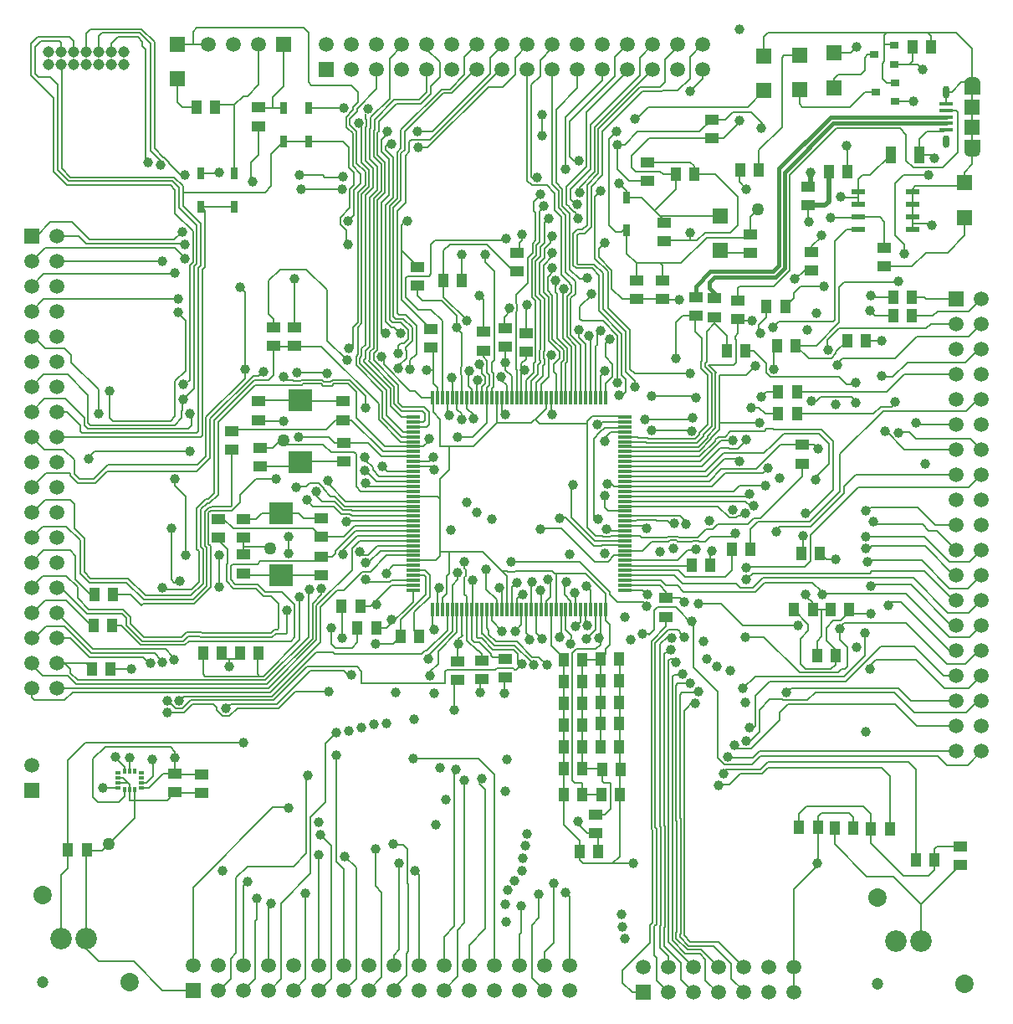
<source format=gtl>
%FSTAX23Y23*%
%MOIN*%
%SFA1B1*%

%IPPOS*%
%ADD10C,0.007870*%
%ADD19R,0.055000X0.040000*%
%ADD20R,0.024020X0.013780*%
%ADD21R,0.013780X0.024020*%
%ADD22R,0.040000X0.055000*%
%ADD23R,0.057090X0.011810*%
%ADD24R,0.011810X0.057090*%
%ADD25R,0.035430X0.031500*%
%ADD26R,0.057090X0.023620*%
%ADD27R,0.059060X0.059060*%
%ADD28R,0.030000X0.048000*%
%ADD29R,0.094490X0.086610*%
%ADD30R,0.053150X0.015750*%
%ADD31R,0.061020X0.059060*%
%ADD32R,0.041340X0.067720*%
%ADD57C,0.019680*%
%ADD58C,0.015000*%
%ADD59C,0.059060*%
%ADD60R,0.059060X0.059060*%
%ADD61C,0.045000*%
%ADD62O,0.025590X0.051180*%
%ADD63O,0.061020X0.030510*%
%ADD64C,0.073230*%
%ADD65C,0.047240*%
%ADD66C,0.085630*%
%ADD67C,0.039370*%
%ADD68C,0.050000*%
%LNnucleoclone-1*%
%LPD*%
G36*
X03784Y03464D02*
X03845D01*
Y03417*
X03837*
X03837Y03417*
X03837Y03418*
X03837Y03418*
X03837Y03419*
X03837Y03419*
X03837Y0342*
X03836Y0342*
X03836Y03421*
X03836Y03421*
X03836Y03422*
X03836Y03422*
X03835Y03423*
X03835Y03423*
X03835Y03423*
X03834Y03424*
X03834Y03424*
X03833Y03424*
X03833Y03425*
X03833Y03425*
X03832Y03425*
X03832Y03426*
X03831Y03426*
X03831Y03426*
X0383Y03426*
X0383Y03426*
X03829Y03426*
X03829Y03427*
X03828Y03427*
X03828Y03427*
X03827Y03427*
X03827*
X03802*
X03802*
X03801Y03427*
X03801Y03427*
X038Y03427*
X038Y03426*
X03799Y03426*
X03799Y03426*
X03798Y03426*
X03798Y03426*
X03797Y03426*
X03797Y03425*
X03796Y03425*
X03796Y03425*
X03795Y03424*
X03795Y03424*
X03795Y03424*
X03794Y03423*
X03794Y03423*
X03794Y03423*
X03793Y03422*
X03793Y03422*
X03793Y03421*
X03793Y03421*
X03792Y0342*
X03792Y0342*
X03792Y03419*
X03792Y03419*
X03792Y03418*
X03792Y03418*
X03792Y03417*
X03792Y03417*
X03792Y03416*
X03792Y03416*
X03792Y03415*
X03792Y03415*
X03792Y03414*
X03792Y03414*
X03792Y03413*
X03793Y03413*
X03793Y03412*
X03793Y03412*
X03793Y03411*
X03794Y03411*
X03794Y03411*
X03794Y0341*
X03795Y0341*
X03795Y0341*
X03795Y03409*
X03796Y03409*
X03796Y03409*
X03797Y03408*
X03797Y03408*
X03798Y03408*
X03798Y03408*
X03799Y03407*
X03799Y03407*
X038Y03407*
X038Y03407*
X03801Y03407*
X03801Y03407*
X03802Y03407*
X03827*
X03828Y03407*
X03828Y03407*
X03829Y03407*
X03829Y03407*
X0383Y03407*
X0383Y03407*
X03831Y03408*
X03831Y03408*
X03832Y03408*
X03832Y03408*
X03833Y03409*
X03833Y03409*
X03833Y03409*
X03834Y0341*
X03834Y0341*
X03835Y0341*
X03835Y03411*
X03835Y03411*
X03836Y03411*
X03836Y03412*
X03836Y03412*
X03836Y03413*
X03836Y03413*
X03837Y03414*
X03837Y03414*
X03837Y03415*
X03837Y03415*
X03837Y03416*
X03837Y03416*
X03837Y03417*
X03845*
X03845Y03416*
X03845Y03415*
X03845Y03414*
X03845Y03413*
X03844Y03412*
X03844Y03411*
X03844Y0341*
X03843Y03409*
X03843Y03408*
X03842Y03407*
X03842Y03406*
X03841Y03405*
X03841Y03404*
X0384Y03404*
X03839Y03403*
X03838Y03402*
X03838Y03402*
X03837Y03401*
X03836Y034*
X03835Y034*
X03834Y03399*
X03833Y03399*
X03832Y03398*
X03831Y03398*
X0383Y03398*
X03829Y03398*
X03828Y03397*
X03827Y03397*
X03826Y03397*
X03825Y03397*
X03804*
X03803Y03397*
X03802Y03397*
X03801Y03397*
X038Y03398*
X03799Y03398*
X03798Y03398*
X03797Y03398*
X03796Y03399*
X03795Y03399*
X03794Y034*
X03793Y034*
X03792Y03401*
X03791Y03402*
X0379Y03402*
X0379Y03403*
X03789Y03404*
X03788Y03404*
X03788Y03405*
X03787Y03406*
X03787Y03407*
X03786Y03408*
X03786Y03409*
X03785Y0341*
X03785Y03411*
X03785Y03412*
X03784Y03413*
X03784Y03414*
X03784Y03415*
X03784Y03416*
X03784Y03417*
Y03464*
X03784*
Y03464*
G37*
G36*
X03845Y03645D02*
X03784D01*
Y03692*
X03792*
X03792Y03692*
X03792Y03691*
X03792Y03691*
X03792Y0369*
X03792Y0369*
X03792Y03689*
X03792Y03689*
X03793Y03688*
X03793Y03688*
X03793Y03687*
X03793Y03687*
X03794Y03687*
X03794Y03686*
X03794Y03686*
X03795Y03685*
X03795Y03685*
X03795Y03685*
X03796Y03684*
X03796Y03684*
X03797Y03684*
X03797Y03684*
X03798Y03683*
X03798Y03683*
X03799Y03683*
X03799Y03683*
X038Y03683*
X038Y03683*
X03801Y03683*
X03801Y03683*
X03802Y03683*
X03802*
X03827*
X03827*
X03828Y03683*
X03828Y03683*
X03829Y03683*
X03829Y03683*
X0383Y03683*
X0383Y03683*
X03831Y03683*
X03831Y03683*
X03832Y03684*
X03832Y03684*
X03833Y03684*
X03833Y03684*
X03833Y03685*
X03834Y03685*
X03834Y03685*
X03835Y03686*
X03835Y03686*
X03835Y03687*
X03836Y03687*
X03836Y03687*
X03836Y03688*
X03836Y03688*
X03836Y03689*
X03837Y03689*
X03837Y0369*
X03837Y0369*
X03837Y03691*
X03837Y03691*
X03837Y03692*
X03837Y03692*
X03837Y03693*
X03837Y03693*
X03837Y03694*
X03837Y03694*
X03837Y03695*
X03837Y03695*
X03836Y03696*
X03836Y03696*
X03836Y03697*
X03836Y03697*
X03836Y03698*
X03835Y03698*
X03835Y03699*
X03835Y03699*
X03834Y03699*
X03834Y037*
X03833Y037*
X03833Y037*
X03833Y03701*
X03832Y03701*
X03832Y03701*
X03831Y03701*
X03831Y03702*
X0383Y03702*
X0383Y03702*
X03829Y03702*
X03829Y03702*
X03828Y03702*
X03828Y03702*
X03827Y03702*
X03802*
X03801Y03702*
X03801Y03702*
X038Y03702*
X038Y03702*
X03799Y03702*
X03799Y03702*
X03798Y03702*
X03798Y03701*
X03797Y03701*
X03797Y03701*
X03796Y03701*
X03796Y037*
X03795Y037*
X03795Y037*
X03795Y03699*
X03794Y03699*
X03794Y03699*
X03794Y03698*
X03793Y03698*
X03793Y03697*
X03793Y03697*
X03793Y03696*
X03792Y03696*
X03792Y03695*
X03792Y03695*
X03792Y03695*
X03792Y03694*
X03792Y03693*
X03792Y03693*
X03792Y03693*
X03784*
X03784Y03693*
X03784Y03695*
X03784Y03696*
X03784Y03697*
X03785Y03698*
X03785Y03699*
X03785Y037*
X03786Y037*
X03786Y03701*
X03787Y03702*
X03787Y03703*
X03788Y03704*
X03788Y03705*
X03789Y03706*
X0379Y03706*
X0379Y03707*
X03791Y03708*
X03792Y03708*
X03793Y03709*
X03794Y03709*
X03795Y0371*
X03796Y0371*
X03797Y03711*
X03798Y03711*
X03799Y03711*
X038Y03712*
X03801Y03712*
X03802Y03712*
X03803Y03712*
X03804Y03712*
X03825*
X03826Y03712*
X03827Y03712*
X03828Y03712*
X03829Y03712*
X0383Y03711*
X03831Y03711*
X03832Y03711*
X03833Y0371*
X03834Y0371*
X03835Y03709*
X03836Y03709*
X03837Y03708*
X03838Y03708*
X03838Y03707*
X03839Y03706*
X0384Y03706*
X03841Y03705*
X03841Y03704*
X03842Y03703*
X03842Y03702*
X03843Y03701*
X03843Y037*
X03844Y03699*
X03844Y03699*
X03844Y03698*
X03845Y03697*
X03845Y03695*
X03845Y03694*
X03845Y03693*
X03845Y03692*
Y03645*
X03845*
Y03645*
G37*
G54D10*
X02373Y01887D02*
X0243D01*
X02369Y01883D02*
X02373Y01887D01*
X02343Y01883D02*
X02369D01*
X02339Y01887D02*
X02343Y01883D01*
X02312Y01887D02*
X02339D01*
X02313Y01952D02*
X02322D01*
X02309Y01948D02*
X02313Y01952D01*
X02279Y01921D02*
X02312Y01887D01*
X01033Y02641D02*
X01221D01*
X00702Y01673D02*
X00732Y01703D01*
X00594Y01673D02*
X00702D01*
X00586Y0168D02*
X00594Y01673D01*
X03198Y00576D02*
Y00728D01*
X02885Y0334D02*
X02888Y03342D01*
X02885Y03296D02*
Y0334D01*
Y03296D02*
X02914Y03267D01*
X00971Y02422D02*
X00975Y02427D01*
X01137*
X01355Y01907D02*
X01585D01*
X01342Y01838D02*
X01372Y01868D01*
X01342Y01809D02*
Y01838D01*
X01275Y01828D02*
X01355Y01907D01*
X01275Y01816D02*
Y01828D01*
X01263Y01804D02*
X01275Y01816D01*
X01342Y01809D02*
Y01809D01*
Y01751D02*
Y01809D01*
X01259Y01456D02*
Y01519D01*
Y01456D02*
X01275Y0144D01*
X01342*
X01364Y01463*
Y01519*
X01274Y01417D02*
X0162D01*
X01266Y01425D02*
X01274Y01417D01*
X012Y01425D02*
X01266D01*
X01023Y01248D02*
X012Y01425D01*
X01384Y01744D02*
X01415D01*
X01311Y01671D02*
X01384Y01744D01*
X01415D02*
X0148Y01809D01*
X01403Y01704D02*
X01493D01*
X01397Y0171D02*
X01403Y01704D01*
X01499Y0171D02*
X01585D01*
X01493Y01704D02*
X01499Y0171D01*
X02577Y02828D02*
X02645D01*
X02577Y02829D02*
X02577Y02828D01*
X02216Y02086D02*
X02224Y02094D01*
X02411Y00858D02*
Y01393D01*
X01683Y01593D02*
Y01681D01*
X00909Y01842D02*
X01023D01*
X00291Y02196D02*
X00316Y02222D01*
X00637Y0094D02*
Y01027D01*
X00618Y01047D02*
X00637Y01027D01*
X00358Y01047D02*
X00618D01*
X00311Y01D02*
X00358Y01047D01*
X00311Y00846D02*
Y01D01*
Y00846D02*
X0033Y00826D01*
X00413*
X00437Y0085*
Y00877*
X00551Y0093D02*
Y00984D01*
X00524Y00903D02*
X00551Y0093D01*
X00502Y00903D02*
X00524D01*
X00356Y00883D02*
X00411D01*
X00476Y00763D02*
Y00834D01*
X00374Y00661D02*
X00476Y00763D01*
X00605Y00834D02*
X00637Y00866D01*
X00476Y00834D02*
X00605D01*
X00431Y00923D02*
X0045Y00903D01*
X00411Y00923D02*
X00431D01*
X00456Y00877D02*
Y00897D01*
X0045Y00903D02*
X00456Y00897D01*
X00411Y00903D02*
X0045D01*
X00456Y00834D02*
Y00877D01*
Y00834D02*
X00476D01*
Y00877*
X00637Y00866D02*
X00639Y00864D01*
X00744*
X00637Y0094D02*
X00639Y00938D01*
X00744*
X0059Y0094D02*
X00637D01*
X00533Y00883D02*
X0059Y0094D01*
X00502Y00883D02*
X00533D01*
X00455Y01003D02*
X00456Y01002D01*
Y00949D02*
Y01002D01*
X004Y01005D02*
Y01007D01*
Y01005D02*
X00437Y00968D01*
Y00949D02*
Y00968D01*
X03405Y01692D02*
X03568D01*
X02352Y02261D02*
Y02281D01*
X01807Y02484D02*
Y02536D01*
Y02484D02*
X0182Y0247D01*
Y02437D02*
Y0247D01*
X01736Y02503D02*
Y02511D01*
Y02503D02*
X01742Y02498D01*
Y02437D02*
Y02498D01*
X0243Y02202D02*
X02727D01*
X0243Y02222D02*
X02725D01*
X02513Y02261D02*
X02517Y02257D01*
X0252Y02277D02*
X02524Y02273D01*
X02709*
X02517Y02257D02*
X02715D01*
X0243Y02241D02*
X02722D01*
X0243Y02242D02*
X0243Y02241D01*
X02725Y02222D02*
X02774Y02272D01*
X02727Y02202D02*
X0279Y02265D01*
X02743Y0229D02*
X02775Y02322D01*
X0279Y02269D02*
X02802Y02281D01*
X0279Y02265D02*
Y02269D01*
X02774Y02277D02*
X02807Y02309D01*
X02774Y02272D02*
Y02277D01*
X02759Y02284D02*
X02791Y02316D01*
X02759Y02278D02*
Y02284D01*
X02722Y02241D02*
X02759Y02278D01*
X02743Y02285D02*
Y0229D01*
X02715Y02257D02*
X02743Y02285D01*
X02727Y02297D02*
X02759Y02329D01*
X02727Y02291D02*
Y02297D01*
X02709Y02273D02*
X02727Y02291D01*
X02696Y02358D02*
X027D01*
X02688Y0235D02*
X02696Y02358D01*
X02352Y02655D02*
X02366Y02669D01*
X02352Y02601D02*
Y02655D01*
X03361Y03232D02*
Y03256D01*
Y03206D02*
Y03232D01*
X03288Y03236D02*
X03292Y03232D01*
X03361*
X02929Y03157D02*
X0296Y03188D01*
X02929Y03088D02*
Y03157D01*
X03575Y03129D02*
Y03156D01*
Y03106D02*
Y03129D01*
X03645D02*
X03652Y03122D01*
X03575Y03129D02*
X03645D01*
X03173Y03039D02*
X03212Y03078D01*
X03173Y03017D02*
Y03039D01*
X01027Y00807D02*
X01094D01*
X00708Y00488D02*
X01027Y00807D01*
X00708Y00178D02*
Y00488D01*
X01161Y00622D02*
Y00929D01*
X0111Y0057D02*
X01161Y00622D01*
X00925Y0057D02*
X0111D01*
X00881Y00527D02*
X00925Y0057D01*
X00881Y00228D02*
Y00527D01*
X00858Y00204D02*
X00881Y00228D01*
X00858Y00122D02*
Y00204D01*
X00814Y00078D02*
X00858Y00122D01*
X00808Y00078D02*
X00814D01*
X00956Y00444D02*
X00964Y00437D01*
Y00361D02*
Y00437D01*
X00956Y00353D02*
X00964Y00361D01*
X00909Y00078D02*
X00956Y00125D01*
Y00353*
X02918Y01934D02*
X02942Y01958D01*
X028Y01934D02*
X02918D01*
X0278Y01914D02*
X028Y01934D01*
X02754Y01914D02*
X0278D01*
X02721Y01881D02*
X02754Y01914D01*
X02862Y01885D02*
X02866Y01889D01*
X02771Y01885D02*
X02862D01*
X0275Y01864D02*
X02771Y01885D01*
X02645Y01881D02*
X02721D01*
X02641Y01885D02*
X02645Y01881D01*
X02697Y01864D02*
X02699Y01866D01*
X0264Y01864D02*
X02697D01*
X02727D02*
X0275D01*
X02725Y01866D02*
X02727Y01864D01*
X02699Y01866D02*
X02725D01*
X02635Y0187D02*
X0264Y01864D01*
X02609Y0187D02*
X02635D01*
X02603Y01864D02*
X02609Y0187D01*
X02596Y0188D02*
X02602Y01885D01*
X02641*
X02497Y0188D02*
X02596D01*
X02537Y01864D02*
X02603D01*
X02501Y01828D02*
X02537Y01864D01*
X0243Y01828D02*
X02501D01*
X00908Y00078D02*
X00909D01*
X01395Y02084D02*
X01585D01*
X02503Y01622D02*
X02517Y01608D01*
X02499Y01496D02*
X02524D01*
X02525Y01494*
X02086Y01405D02*
X02118Y01374D01*
X02135Y0145D02*
X02185Y014D01*
X02135Y0145D02*
Y01593D01*
X02194Y01512D02*
X02216Y0149D01*
X02194Y01512D02*
Y01593D01*
X02253Y01543D02*
Y01593D01*
X0224Y01529D02*
X02253Y01543D01*
X02017Y01533D02*
Y01593D01*
X01996Y01511D02*
X02017Y01533D01*
X01996Y01354D02*
X02019Y01377D01*
X02051Y01472D02*
Y01488D01*
X01899Y01549D02*
X0194Y01507D01*
X01991Y0145D02*
X02059Y01383D01*
X0191Y0145D02*
X01991D01*
X02037Y01501D02*
Y01593D01*
Y01501D02*
X02051Y01488D01*
X02312Y01513D02*
Y01593D01*
X02287Y01488D02*
X02312Y01513D01*
X02236Y01437D02*
X02314D01*
X0222Y01421D02*
X02236Y01437D01*
X0222Y00913D02*
Y01421D01*
X02633Y01602D02*
X02704Y01531D01*
X01948Y02698D02*
Y02758D01*
X02332Y01454D02*
Y01593D01*
X02362Y01913D02*
X02368Y01907D01*
X0243*
X02307Y01951D02*
X02309Y01948D01*
X01008Y00402D02*
X01029Y00423D01*
X01008Y00178D02*
Y00402D01*
X01236Y01059D02*
X01279Y01102D01*
X01236Y00826D02*
Y01059D01*
X01177Y00767D02*
X01236Y00826D01*
X01177Y00543D02*
Y00767D01*
X01059Y00425D02*
X01177Y00543D01*
X01059Y00122D02*
Y00425D01*
X01015Y00078D02*
X01059Y00122D01*
X01008Y00078D02*
X01015D01*
X01157Y00122D02*
Y00464D01*
X01114Y00078D02*
X01157Y00122D01*
X01108Y00078D02*
X01114D01*
X01208Y00178D02*
Y0061D01*
X01216Y00696D02*
X01259Y00653D01*
Y00125D02*
Y00653D01*
X01212Y00078D02*
X01259Y00125D01*
X01208Y00078D02*
X01212D01*
X00908Y00495D02*
X00925Y00511D01*
X00908Y00178D02*
Y00495D01*
X01279Y0059D02*
Y01011D01*
Y0059D02*
X01308Y00561D01*
Y00178D02*
Y00561D01*
X01314Y0061D02*
X01358Y00566D01*
Y00125D02*
Y00566D01*
X01311Y00078D02*
X01358Y00125D01*
X01308Y00078D02*
X01311D01*
X01437Y00492D02*
Y00641D01*
Y00492D02*
X0146Y00468D01*
Y00129D02*
Y00468D01*
X01409Y00078D02*
X0146Y00129D01*
X01408Y00078D02*
X01409D01*
X01507Y00657D02*
X01545D01*
X01562Y0064*
Y00503D02*
Y0064D01*
Y00503D02*
X01566Y005D01*
Y00232D02*
Y005D01*
X01559Y00224D02*
X01566Y00232D01*
X01559Y00137D02*
Y00224D01*
X01508Y00087D02*
X01559Y00137D01*
X01508Y00078D02*
Y00087D01*
Y00178D02*
Y00217D01*
X01531Y0024*
Y00582*
X02175Y01498D02*
Y01593D01*
X02059Y01405D02*
X02086D01*
X01998Y01466D02*
X02059Y01405D01*
X02368Y01655D02*
Y01663D01*
X01976Y01783D02*
X02248D01*
X02352Y01593D02*
Y01657D01*
X02151Y01736D02*
X02273D01*
X02352Y01657*
X02248Y01783D02*
X02368Y01663D01*
X02352Y01549D02*
Y01593D01*
Y01549D02*
X02368Y01533D01*
Y01454D02*
Y01533D01*
X02273Y01541D02*
X02279Y01535D01*
X02273Y01541D02*
Y01593D01*
X02232Y01655D02*
X02234Y01653D01*
Y01593D02*
Y01653D01*
X02188Y01653D02*
Y01696D01*
Y01653D02*
X02214Y01627D01*
Y01593D02*
Y01627D01*
X02216Y01481D02*
Y0149D01*
X02122Y01709D02*
X02133Y01697D01*
Y01645D02*
Y01697D01*
X02116Y01627D02*
X02133Y01645D01*
X02116Y01593D02*
Y01627D01*
X02151Y01736D02*
X02155Y01732D01*
X02139Y01748D02*
X02151Y01736D01*
X01938Y01748D02*
X01958Y01728D01*
X01864Y01822D02*
X01938Y01748D01*
X01992D02*
X02139D01*
X01989Y01744D02*
X01992Y01748D01*
X01963Y01744D02*
X01989D01*
X01959Y01748D02*
X01963Y01744D01*
X01938Y01748D02*
X01959D01*
X01645Y0141D02*
X01742Y01507D01*
X01641Y01429D02*
X01722Y01509D01*
X01632Y01429D02*
X01641D01*
X0162Y01417D02*
X01632Y01429D01*
X01645Y01397D02*
Y0141D01*
X01653Y0133D02*
Y01346D01*
X01381Y01299D02*
X01712D01*
X01653Y01346D02*
X01685Y01377D01*
X02096Y01593D02*
Y01665D01*
X02076Y01501D02*
X021Y01478D01*
X02076Y01501D02*
Y01593D01*
X02185Y01395D02*
Y014D01*
X02244Y0074D02*
Y00748D01*
Y0074D02*
X02281Y00703D01*
X02314*
X01751Y00937D02*
X01767Y00952D01*
X01899Y01549D02*
Y01593D01*
X01916Y01466D02*
X01998D01*
X01887Y01495D02*
X01916Y01466D01*
X01887Y01495D02*
Y01511D01*
X01862Y01498D02*
X01905Y01455D01*
X01862Y01496D02*
Y01498D01*
X01905Y01455D02*
D01*
X0191Y0145D01*
X01903Y01434D02*
X01985D01*
X01858Y0148D02*
X01903Y01434D01*
X01842Y0148D02*
X01858D01*
X01903Y01403D02*
X01952D01*
X0183Y01464D02*
X01849D01*
X01897Y01416*
Y01409D02*
X01903Y01403D01*
X01897Y01409D02*
Y01416D01*
X01846Y01429D02*
X01858Y01417D01*
Y01403D02*
Y01417D01*
X01842Y01429D02*
X01846D01*
X01801Y0147D02*
X01842Y01429D01*
X0172Y01354D02*
X01913D01*
X01991D02*
X01996D01*
X01985Y0136D02*
X01991Y01354D01*
X0192Y0136D02*
X01985D01*
X01913Y01354D02*
X0192Y0136D01*
X01712Y01346D02*
X0172Y01354D01*
X01751Y01317D02*
X01763Y01329D01*
X01751Y01192D02*
Y01317D01*
X01985Y01434D02*
X02003Y01416D01*
X01763Y00318D02*
X01791Y00346D01*
Y00913*
X01751Y00334D02*
Y00937D01*
X01708Y00291D02*
X01751Y00334D01*
X02057Y01593D02*
Y01702D01*
X01998Y01638D02*
X02016Y01657D01*
X01998Y01593D02*
Y01638D01*
X01978Y01683D02*
X01996Y017D01*
X01978Y01593D02*
Y01683D01*
X01708Y00178D02*
Y00291D01*
X03259Y0274D02*
X03267Y02748D01*
X03043Y0274D02*
X03259D01*
X03023Y0272D02*
X03043Y0274D01*
X01989Y02937D02*
X02008D01*
X02102Y01917D02*
X02177D01*
X01763Y00133D02*
Y00318D01*
X01708Y00078D02*
X01763Y00133D01*
X01877Y01674D02*
Y01748D01*
Y01674D02*
X01919Y01633D01*
Y01593D02*
Y01633D01*
X01879Y01519D02*
X01887Y01511D01*
X0185Y00901D02*
X01874Y00877D01*
Y00322D02*
Y00877D01*
X01808Y00257D02*
X01874Y00322D01*
X01808Y00178D02*
Y00257D01*
X01586Y01D02*
X01846D01*
X01908Y00937*
Y00178D02*
Y00937D01*
X02086Y00366D02*
Y0046D01*
X02059Y00338D02*
X02086Y00366D01*
X02059Y00128D02*
Y00338D01*
Y00128D02*
X02108Y00078D01*
X02145Y00267D02*
Y00503D01*
X02108Y0023D02*
X02145Y00267D01*
X02108Y00178D02*
Y0023D01*
X0235Y02D02*
Y02035D01*
Y02D02*
X02364Y01986D01*
X0243*
X02177Y01917D02*
X02309Y01785D01*
X02363*
X02387Y01809*
X0243*
X02175Y0196D02*
X02192D01*
X02305Y01848*
X02335*
X02337Y0185*
X02428*
X0243Y01848*
X02387Y02084D02*
X0243D01*
X02377Y02094D02*
X02387Y02084D01*
X0236Y02094D02*
X02377D01*
X02216Y0196D02*
Y02086D01*
Y0196D02*
X02309Y01868D01*
X022Y0046D02*
X02208Y00452D01*
Y00178D02*
Y00452D01*
X00279Y01062D02*
X00911D01*
X00211Y00994D02*
X00279Y01062D01*
X00211Y00637D02*
Y00994D01*
X02539Y00346D02*
X02541Y00349D01*
X02539Y00346D02*
Y00346D01*
X02531Y00338D02*
X02539Y00346D01*
X02535Y01468D02*
X02594Y01527D01*
X02535Y0072D02*
Y01468D01*
Y0072D02*
X02541Y00713D01*
Y00349D02*
Y00713D01*
X02551Y01461D02*
X02604Y01515D01*
X02551Y00726D02*
Y01461D01*
Y00726D02*
X02557Y0072D01*
X02531Y00267D02*
Y00338D01*
X02421Y00157D02*
X02531Y00267D01*
X02421Y00107D02*
Y00157D01*
X02381Y00582D02*
X02464D01*
X02811Y00897D02*
X02846D01*
X02889Y0094*
X02976*
X03Y00964*
X03452*
X03485Y00931*
Y0072D02*
Y00931D01*
X03124Y00728D02*
Y00781D01*
X03153Y00811*
X03381*
X03411Y00781*
Y0072D02*
Y00781D01*
Y00662D02*
Y0072D01*
Y00662D02*
X03539Y00535D01*
X03641*
X03662Y00556*
Y00598*
X01651Y02265D02*
Y02275D01*
X01627Y02242D02*
X01651Y02265D01*
X01585Y02242D02*
X01627D01*
X02822Y00944D02*
X02834Y00956D01*
X0297*
X03001Y00988*
X03559*
X03588Y00958*
Y00598D02*
Y00958D01*
X03266Y00659D02*
Y00724D01*
Y00659D02*
X03393Y00531D01*
X03674Y00651D02*
X03767D01*
X03662Y00639D02*
X03674Y00651D01*
X03662Y00598D02*
Y00639D01*
X03184Y02249D02*
X03198Y02235D01*
X03137Y02249D02*
X03184D01*
X03244Y02173D02*
Y02255D01*
X03204Y02295D02*
X03244Y02255D01*
X03062Y02295D02*
X03204D01*
X03259Y0207D02*
Y02263D01*
X03212Y02311D02*
X03259Y02263D01*
X03024Y02311D02*
X03212D01*
X03192Y02122D02*
X03244Y02173D01*
X03165Y01976D02*
X03259Y0207D01*
X03498Y00531D02*
X0361Y00419D01*
X03393Y00531D02*
X03498D01*
X0361Y00419D02*
X03767Y00577D01*
X0361Y00275D02*
Y00419D01*
X0334Y00724D02*
Y00766D01*
X03322Y00783D02*
X0334Y00766D01*
X03212Y00783D02*
X03322D01*
X03198Y00769D02*
X03212Y00783D01*
X03198Y00728D02*
Y00769D01*
X03103Y00481D02*
X03198Y00576D01*
X03103Y0017D02*
Y00481D01*
Y0007D02*
Y0017D01*
X02704Y01362D02*
Y01531D01*
Y01362D02*
X02799Y01267D01*
Y01002D02*
Y01267D01*
Y01002D02*
X02825Y00976D01*
X02935*
X02971Y01011*
X03677*
X03713Y00975*
X03795*
X0385Y0103*
X02854Y01003D02*
X0294D01*
X02967Y0103*
X0375*
X02874Y01047D02*
X02882Y01039D01*
X029*
X02933*
X03046Y01152*
Y01183*
X03079Y01216*
X03164*
X03507*
X03593Y0113*
X0375*
X02921Y01074D02*
X02933D01*
X02966Y01107*
Y01194*
X03007Y01236*
X03057*
X03061Y01232*
X03157*
X01791Y01757D02*
Y01779D01*
Y01757D02*
X01795Y01753D01*
Y01727D02*
Y01753D01*
X01791Y01723D02*
X01795Y01727D01*
X01791Y01655D02*
Y01723D01*
Y01655D02*
X01801Y01646D01*
Y01593D02*
Y01646D01*
X01692Y01822D02*
Y02035D01*
Y01807D02*
Y01822D01*
X01728*
X01864*
X01728Y01736D02*
Y01822D01*
X03157Y01232D02*
X03188Y01263D01*
X03503*
X03582Y01185*
X03791*
X03837Y0123*
X0385*
X02881Y0275D02*
X02887Y02744D01*
X02937*
X03082Y01271D02*
X03092Y01281D01*
X03519*
X0357Y0123*
X0375*
X03111Y02909D02*
X03145Y02943D01*
X03173*
X02972Y0244D02*
X02992Y0246D01*
X03041*
X02696Y02755D02*
X02708Y02742D01*
X02933Y02397D02*
X02964D01*
X03153Y01645D02*
X03178Y0162D01*
Y01594D02*
Y0162D01*
X03104Y01592D02*
Y01594D01*
Y01592D02*
X03161Y01535D01*
Y0151D02*
Y01535D01*
X03129Y01478D02*
X03161Y0151D01*
X03129Y01377D02*
Y01478D01*
Y01377D02*
X03149Y01358D01*
X03251*
X03269Y01375*
Y01409*
X02648Y01639D02*
X02665Y01622D01*
X03279Y01342D02*
X03294Y01358D01*
X03125Y01342D02*
X03279D01*
X02984Y01484D02*
X03125Y01342D01*
X03303Y01326D02*
X03385Y01409D01*
X02948Y01326D02*
X03303D01*
X02901Y01279D02*
X02948Y01326D01*
X03308Y01308D02*
X03448Y01448D01*
X03007Y01308D02*
X03308D01*
X0295Y01251D02*
X03007Y01308D01*
X03294Y01358D02*
X03307D01*
X03316Y01367*
X02908Y01484D02*
X02984D01*
X03324Y01594D02*
X0334Y01578D01*
X03411*
X03405Y0137D02*
X0343Y01395D01*
X03588*
X03704Y01279*
X03799*
X0385Y0133*
X02937Y01125D02*
X02944D01*
X0295Y01131*
Y01251*
X03448Y01448D02*
X03582D01*
X037Y0133*
X0375*
X03287Y01472D02*
Y01518D01*
Y01472D02*
X03316Y01443D01*
Y01367D02*
Y01443D01*
X03324Y01584D02*
Y01594D01*
X03289Y01549D02*
X03324Y01584D01*
X0326Y01549D02*
X03289D01*
X03232Y01521D02*
X0326Y01549D01*
X03232Y01469D02*
Y01521D01*
Y01469D02*
X03269Y01432D01*
Y01409D02*
Y01432D01*
X03195Y01466D02*
X03214Y01486D01*
X03195Y01409D02*
Y01466D01*
X02664Y01665D02*
X02949D01*
X02639Y0169D02*
X02664Y01665D01*
X02594Y01639D02*
X02648D01*
X03287Y01523D02*
X03303Y01539D01*
X03551*
X03712Y01377*
X03787*
X0384Y0143*
X0385*
X0249Y01887D02*
X02497Y0188D01*
X0243Y01887D02*
X0249D01*
X02557Y01946D02*
X026D01*
X02554Y0195D02*
X02557Y01946D01*
X0243D02*
X02472D01*
X02476Y0195*
X02309Y01868D02*
X0243D01*
Y01927D02*
X02509D01*
X0257Y00729D02*
Y01456D01*
X02557Y00342D02*
Y0072D01*
X02604Y01515D02*
X02641D01*
X02594Y01527D02*
Y01565D01*
X03385Y01409D02*
Y015D01*
X01728Y02244D02*
X01826D01*
X01692D02*
X01728D01*
Y0215D02*
Y02244D01*
X01826Y02354D02*
Y0237D01*
X01921Y02338D02*
X02056D01*
X01801Y02395D02*
X01826Y0237D01*
X02056Y02338D02*
X02068Y0235D01*
X01665Y02379D02*
X01692Y02351D01*
Y02244D02*
Y02351D01*
X01665Y02379D02*
Y02436D01*
X01769Y02281D02*
X01822D01*
X01826Y02244D02*
X01921Y02338D01*
X01822Y02281D02*
X01879Y02338D01*
Y02437*
X02057Y01702D02*
X02059Y01704D01*
X02724Y01618D02*
X02814D01*
X02708D02*
X02724D01*
X02814D02*
X02901Y01531D01*
X03118*
X03214Y01594D02*
X0325D01*
X03178D02*
X03214D01*
Y01486D02*
Y01594D01*
X0348Y01612D02*
X03489Y01622D01*
X03531*
X03722Y0143*
X0375*
X03216Y01653D02*
X0322Y01657D01*
X03549*
X03722Y01484*
X03803*
X0385Y0153*
X03206Y01818D02*
X03232Y01792D01*
X03269*
X03208Y01665D02*
Y01669D01*
X03177Y017D02*
X03208Y01669D01*
X03568Y01692D02*
X0373Y0153D01*
X0375*
X02985Y017D02*
X03177D01*
X02949Y01665D02*
X02985Y017D01*
X02874Y01696D02*
X02889Y01681D01*
X02941*
X0298Y0172*
X03578*
X03717Y01581*
X03801*
X0385Y0163*
X02277Y01687D02*
X02293Y01671D01*
Y01593D02*
Y01671D01*
X02917Y01716D02*
X02939Y01738D01*
X03405*
X03414Y01748*
X03624*
X03741Y0163*
X0375*
X03398Y01789D02*
X03612D01*
X03724Y01677*
X03796*
X0385Y0173*
X03421Y01944D02*
X03433Y01933D01*
X03405Y01838D02*
X03413Y01846D01*
X03625*
X03741Y0173*
X0375*
X02003Y01385D02*
Y01416D01*
X01879Y01519D02*
Y01593D01*
X03396Y01885D02*
X03622D01*
X03724Y01783*
X03803*
X0385Y0183*
X03161Y01976D02*
X03165D01*
X0302Y02314D02*
X03024Y02311D01*
X02994Y02314D02*
X0302D01*
X02985Y02305D02*
X02994Y02314D01*
X02912Y02305D02*
X02985D01*
X02909Y02302D02*
X02912Y02305D01*
X02807Y02338D02*
Y02527D01*
Y02309D02*
Y02338D01*
X02808Y02337*
X02966*
X03236Y02622D02*
Y02666D01*
X03039Y02271D02*
X03062Y02295D01*
X03039Y0227D02*
Y02271D01*
X0302Y02251D02*
X03039Y0227D01*
X03019Y02251D02*
X0302D01*
X02984Y02216D02*
X03019Y02251D01*
X03433Y01933D02*
X03616D01*
X03641Y01907*
X03673*
X0375Y0183*
X02511Y0235D02*
X02688D01*
X02535Y02306D02*
X02683D01*
X02484Y02277D02*
X0252D01*
X0243Y02261D02*
X02513D01*
X0248Y02281D02*
X02484Y02277D01*
X0243Y02281D02*
X0248D01*
X0243Y02183D02*
X02731D01*
X0243Y02163D02*
X02736D01*
X0243Y02143D02*
X0275D01*
X0243Y02124D02*
X02755D01*
X0243Y02104D02*
X02765D01*
X02406Y02448D02*
X02421D01*
X03401Y01991D02*
X03409Y02D01*
X03596*
X03665Y0193*
X0375*
X02822Y02216D02*
X02984D01*
X02917Y01763D02*
X03145D01*
X03169Y01787*
Y01872*
X0317Y01874*
Y01891*
X03361Y02081*
X03801*
X0385Y0213*
X01761Y01504D02*
Y01593D01*
X01685Y01427D02*
X01761Y01504D01*
X01685Y01377D02*
Y01427D01*
X01742Y01507D02*
Y01593D01*
X01722Y01509D02*
Y01593D01*
X02641Y01299D02*
X02688D01*
X02586Y00735D02*
Y01417D01*
X02594Y01425*
X0257Y01456D02*
X02598Y01484D01*
X02657Y01263D02*
X02712D01*
X02649Y01255D02*
X02657Y01263D01*
X02633Y01291D02*
X02641Y01299D01*
X03031Y01909D02*
X03047Y01925D01*
X03171*
X03303Y02056*
Y02082*
X03351Y0213*
X0375*
X03334Y0244D02*
X0335Y02425D01*
X03208Y0244D02*
X03334D01*
X03192Y02425D02*
X03208Y0244D01*
X03173Y02425D02*
X03192D01*
X02879Y01966D02*
X02889D01*
X02899Y01976D02*
X02909D01*
X02889Y01966D02*
X02899Y01976D01*
X02929Y02007D02*
X02944D01*
X02911Y02025D02*
X02929Y02007D01*
X02915Y02045D02*
X02925Y02055D01*
X0243Y02045D02*
X02915D01*
X02885Y02086D02*
X02988D01*
X02864Y02064D02*
X02885Y02086D01*
X0243Y02064D02*
X02864D01*
X02872Y0196D02*
X02879Y01966D01*
X02846Y0196D02*
X02872D01*
X02801Y02005D02*
X02846Y0196D01*
X0243Y02005D02*
X02801D01*
X0243Y02025D02*
X02911D01*
X02279Y01921D02*
Y02334D01*
X01594Y00555D02*
X01608Y0054D01*
Y00178D02*
Y0054D01*
X02015Y00307D02*
Y00413D01*
X02008Y003D02*
X02015Y00307D01*
X02008Y00178D02*
Y003D01*
X02641Y01966D02*
X02651D01*
X02639Y01968D02*
X02641Y01966D01*
X02612Y01968D02*
X02639D01*
X0261Y01966D02*
X02612Y01968D01*
X0243Y01966D02*
X0261D01*
X02651D02*
X02673Y01944D01*
Y01934D02*
Y01944D01*
X03468Y02306D02*
X03544Y0223D01*
X0375*
X03296Y02594D02*
X03507D01*
X03279Y02577D02*
X03296Y02594D01*
X02981Y02137D02*
X02996Y02151D01*
X02828Y02137D02*
X02981D01*
X02775Y02084D02*
X02828Y02137D01*
X0243Y02084D02*
X02775D01*
X02476Y0195D02*
X02554D01*
X026Y01946D02*
X0261Y01937D01*
X02625*
X02352Y01438D02*
X02368Y01454D01*
X02352Y01416D02*
Y01438D01*
X03137Y02125D02*
Y02175D01*
X0297Y01958D02*
X03137Y02125D01*
X02952Y01958D02*
X0297D01*
X02951Y01958D02*
X02952Y01958D01*
X02942Y01958D02*
X02951D01*
X03048Y02249D02*
X03137D01*
X02952Y02153D02*
X03048Y02249D01*
X02814Y02153D02*
X02952D01*
X02765Y02104D02*
X02814Y02153D01*
X03132Y01818D02*
X03139Y01825D01*
Y01887*
X03409Y02842D02*
X03413Y02838D01*
X03405Y02783D02*
X03426Y02762D01*
X02659D02*
X02712D01*
X02633Y02736D02*
X02659Y02762D01*
X02633Y02592D02*
Y02736D01*
X02964Y02397D02*
X02988Y02374D01*
X03041*
X02881Y02692D02*
Y0275D01*
X0287Y02681D02*
X02881Y02692D01*
X0287Y0267D02*
X02874Y02666D01*
Y02578D02*
Y02666D01*
X02862Y02566D02*
X02874Y02578D01*
X02992Y02538D02*
X03011Y02519D01*
X02992Y02538D02*
Y02565D01*
Y02574*
X02944Y02622D02*
X02992Y02574D01*
X03023Y02551D02*
Y02631D01*
X03011Y02519D02*
X03283D01*
X02911Y02622D02*
X02944D01*
X02949Y02563D02*
X0295D01*
X03525Y02301D02*
X03564D01*
X0359Y02275*
X03805*
X0385Y0223*
X03492Y02401D02*
X03503Y02413D01*
X03448Y02401D02*
X03492D01*
X03421Y02374D02*
X03448Y02401D01*
X03115Y02374D02*
X03421D01*
X01763Y01712D02*
Y0174D01*
X01742Y0169D02*
X01763Y01712D01*
X01742Y01593D02*
Y0169D01*
X0172Y01728D02*
X01728Y01736D01*
X0172Y01657D02*
Y01728D01*
X01702Y01639D02*
X0172Y01657D01*
X0359Y02338D02*
X03598Y0233D01*
X0375*
X0293Y01834D02*
Y01914D01*
X02958Y01942*
X03167*
X03287Y02062*
Y02214*
X03458Y02385*
X03791*
X03836Y0243*
X0385*
X03312Y0249D02*
X03342D01*
X03283Y02519D02*
X03312Y0249D01*
X03452Y02665D02*
X03452Y02665D01*
X03391Y02665D02*
X03452D01*
X03115Y0246D02*
X03472D01*
X03542Y0253*
X0375*
X0182Y01593D02*
X01822Y01595D01*
Y01709*
X0346Y02519D02*
X03496D01*
X03555Y02578*
X03787*
X03839Y0263*
X0385*
X03507Y03616D02*
X0358D01*
X03271Y02619D02*
X03317Y02665D01*
X03271Y02613D02*
Y02619D01*
X03253Y02595D02*
X03271Y02613D01*
X03247Y02595D02*
X03253D01*
X03246Y02594D02*
X03247Y02595D01*
X03162Y02594D02*
X03246D01*
X03507D02*
X03594Y02681D01*
X038*
X0385Y0273*
X03111Y02645D02*
X03162Y02594D01*
X02708Y02444D02*
X02714Y02438D01*
Y02435D02*
Y02438D01*
X02759Y02329D02*
Y02526D01*
X02775Y02322D02*
Y02532D01*
X02791Y02316D02*
Y02534D01*
X02535Y02444D02*
X02708D01*
X02732Y02553D02*
X02759Y02526D01*
X02748Y0256D02*
X02775Y02532D01*
X02793Y02536D02*
D01*
X02791Y02534D02*
X02793Y02536D01*
X02763Y02566D02*
X02793Y02536D01*
X02807Y02527D02*
X02913D01*
X02683Y02306D02*
X02688Y02301D01*
X02421Y02448D02*
X02433Y0246D01*
X02468Y0248D02*
Y02504D01*
X02433Y0246D02*
Y02511D01*
X02401Y02496D02*
Y02685D01*
X02679Y0183D02*
X02704D01*
X02638Y01789D02*
X02679Y0183D01*
X0243Y01789D02*
X02638D01*
X02691Y01767D02*
X02695Y01771D01*
X02432Y01767D02*
X02691D01*
X02661Y01696D02*
X02874D01*
X02627Y0173D02*
X02661Y01696D01*
X0243Y0173D02*
X02627D01*
X02594Y0169D02*
X02639D01*
X02574Y0171D02*
X02594Y0169D01*
X0243Y0171D02*
X02574D01*
X02856Y0175D02*
Y01834D01*
X0283Y01724D02*
X02856Y0175D01*
X02669Y01724D02*
X0283D01*
X02643Y0175D02*
X02669Y01724D01*
X0243Y0175D02*
X02643D01*
X0243Y01769D02*
X02432Y01767D01*
X02769Y01822D02*
X02775Y01828D01*
X02769Y01771D02*
Y01822D01*
X03649Y03405D02*
X03664Y03389D01*
X03604Y03405D02*
X03649D01*
X03575Y03256D02*
Y03268D01*
X03587Y0328*
X0377*
X03783Y03293*
X03755Y03413D02*
Y03574D01*
X03696Y03354D02*
X03755Y03413D01*
X03578Y03354D02*
X03696D01*
X03539Y03322D02*
X03633D01*
X03507Y03291D02*
X03539Y03322D01*
X03507Y03082D02*
Y03291D01*
Y03082D02*
X03542Y03047D01*
Y03011D02*
Y03047D01*
X03129Y02881D02*
X03216D01*
X03102Y02854D02*
X03129Y02881D01*
X03102Y02833D02*
Y02854D01*
X03068Y02799D02*
X03102Y02833D01*
X02872Y02194D02*
X02877Y02188D01*
X02826Y02194D02*
X02872D01*
X02755Y02124D02*
X02826Y02194D01*
X0275Y02143D02*
X02822Y02216D01*
X0281Y02237D02*
X02844D01*
X02736Y02163D02*
X0281Y02237D01*
X02844D02*
X02846Y02235D01*
X02708Y027D02*
X02736Y02673D01*
Y02583D02*
Y02673D01*
X02732Y02579D02*
X02736Y02583D01*
X02732Y02553D02*
Y02579D01*
X02755Y027D02*
X02787Y02732D01*
X02755Y02581D02*
Y027D01*
X02748Y02573D02*
X02755Y02581D01*
X02748Y0256D02*
Y02573D01*
X03236Y02666D02*
X03282Y02712D01*
X03629*
X03648Y0273*
X0375*
X0285Y02302D02*
X02909D01*
X02829Y02281D02*
X0285Y02302D01*
X02802Y02281D02*
X02829D01*
X03426Y02762D02*
X035D01*
X02903Y02257D02*
Y02267D01*
X02881Y02235D02*
X02903Y02257D01*
X02846Y02235D02*
X02881D01*
X03413Y02838D02*
X03498D01*
X02814Y02266D02*
X02852D01*
X02731Y02183D02*
X02814Y02266D01*
X03303Y02897D02*
X03519D01*
X03283Y02877D02*
X03303Y02897D01*
X03283Y02736D02*
Y02877D01*
X03192Y02645D02*
X03283Y02736D01*
X03111Y02645D02*
X03192D01*
X02913Y02527D02*
X02949Y02563D01*
X02468Y02532D02*
X02692D01*
X02962Y027D02*
X02964Y02703D01*
Y02728*
X02994Y02758*
X02787Y02732D02*
X02837Y02682D01*
Y02622D02*
Y02682D01*
X03023Y02631D02*
X03037Y02645D01*
X02994Y02758D02*
Y02799D01*
X02416Y03098D02*
X02429Y03111D01*
X01233Y03314D02*
X01303D01*
X01225Y03322D02*
X01233Y03314D01*
X01133Y03322D02*
X01225D01*
X01141Y03267D02*
X01292D01*
X01297Y03273*
X01334Y03268D02*
X0135Y03284D01*
X01334Y03194D02*
Y03268D01*
X0135Y03262D02*
X01377Y03289D01*
X0135Y03165D02*
Y03262D01*
X01366Y03255D02*
X01396Y03285D01*
X01366Y02738D02*
Y03255D01*
X01381Y03248D02*
X01411Y03278D01*
X01381Y02732D02*
Y03248D01*
X01397Y03242D02*
X01427Y03272D01*
X01397Y02725D02*
Y03242D01*
X01413Y03235D02*
X01443Y03265D01*
X01413Y02719D02*
Y03235D01*
X01429Y03229D02*
X01459Y03259D01*
X01429Y02712D02*
Y03229D01*
X01444Y03222D02*
X01474Y03252D01*
X01444Y02705D02*
Y03222D01*
X0146Y03212D02*
X0149Y03242D01*
X0146Y02696D02*
Y03212D01*
X01476Y03205D02*
X01506Y03235D01*
X01476Y02739D02*
Y03205D01*
X01492Y03199D02*
X01522Y03229D01*
X01492Y02746D02*
Y03199D01*
X01507Y03192D02*
X01537Y03222D01*
X01507Y02759D02*
Y03192D01*
X01523Y03181D02*
X01555Y03212D01*
X01523Y02775D02*
Y03181D01*
X0135Y03284D02*
Y03332D01*
X01377Y03289D02*
Y03326D01*
X01396Y03285D02*
Y03336D01*
X01411Y03278D02*
Y03344D01*
X01427Y03272D02*
Y0335D01*
X01443Y03265D02*
Y03357D01*
X01459Y03259D02*
Y03367D01*
X01474Y03252D02*
Y03375D01*
X0149Y03242D02*
Y03387D01*
X01506Y03235D02*
Y03395D01*
X01522Y03229D02*
Y03415D01*
X01537Y03222D02*
Y03409D01*
X01555Y03212D02*
Y03401D01*
X01161Y02948D02*
X01244Y02866D01*
X01055Y02948D02*
X01161D01*
X01011Y02905D02*
X01055Y02948D01*
X01114Y02718D02*
Y02905D01*
X00316Y02222D02*
X00695D01*
X01692Y02114D02*
X01728Y0215D01*
X01137Y02427D02*
X01141Y02422D01*
X01306*
X01083Y02488D02*
X01084Y02488D01*
X01057Y02488D02*
X01083D01*
X01057Y02488D02*
X01057Y02488D01*
X00957Y02488D02*
X01057D01*
X00808Y0234D02*
X00957Y02488D01*
X0107Y02511D02*
X01074Y02507D01*
X01106*
X01109Y02504*
X01135*
X01139Y02507*
X01145Y02492D02*
X01218D01*
X01084Y02488D02*
X01142D01*
X01145Y02492*
X01139Y02507D02*
X01224D01*
X01231Y025*
X01257*
X01265Y02507*
X01333*
X01218Y02492D02*
X01225Y02485D01*
X01264*
X01271Y02492*
X01326*
X01333Y02507D02*
X01397Y02443D01*
Y02397D02*
Y02443D01*
X01448Y0235D02*
Y02414D01*
X01221Y02641D02*
X01448Y02414D01*
X01326Y02492D02*
X01358Y0246D01*
Y02358D02*
Y0246D01*
X01527Y02614D02*
Y02645D01*
X01535Y02653*
X01468Y02569D02*
Y02586D01*
X01573Y02464D02*
X01594D01*
X01468Y02569D02*
X01573Y02464D01*
X01527Y02555D02*
Y02562D01*
X01559Y02594*
Y02627*
X01557Y02628D02*
Y02637D01*
Y02628D02*
X01559Y02627D01*
X01429Y02586D02*
X01527Y02487D01*
X01429Y02586D02*
Y02612D01*
X01444Y02628*
Y02679*
X01429Y02634D02*
Y02673D01*
X01413Y02619D02*
X01429Y02634D01*
X01413Y02589D02*
Y02619D01*
X01409Y02585D02*
X01413Y02589D01*
X01409Y02583D02*
Y02585D01*
Y02583D02*
X01511Y02481D01*
X01389Y02581D02*
X01496Y02474D01*
X01389Y02581D02*
Y02588D01*
X01397Y02595*
Y02625*
X01413Y02641*
Y02666*
X01397Y02647D02*
Y0266D01*
X01381Y02632D02*
X01397Y02647D01*
X01381Y02602D02*
Y02632D01*
X01374Y02594D02*
X01381Y02602D01*
X01374Y02574D02*
Y02594D01*
Y02574D02*
X0148Y02468D01*
X01358Y02568D02*
X01464Y02461D01*
X01358Y02568D02*
Y02601D01*
X01366Y02609*
Y02716*
X02125Y02606D02*
X02137Y02618D01*
X02125Y02519D02*
Y02606D01*
X01738Y03649D02*
X0184Y03751D01*
X01244Y02665D02*
X01322Y02586D01*
X01444Y02679D02*
Y02705D01*
Y02679D02*
D01*
X01429Y02673D02*
Y02712D01*
Y02673D02*
D01*
X01413Y02666D02*
Y02719D01*
Y02666D02*
X01413Y02666D01*
X01397Y0266D02*
Y02725D01*
Y0266D02*
X01397D01*
X01346Y02637D02*
Y02718D01*
X01582Y02662D02*
Y02716D01*
X01557Y02637D02*
X01582Y02662D01*
X01598Y0261D02*
Y02712D01*
X01511Y02716D02*
X01535Y02692D01*
X01502Y02736D02*
X01537D01*
X01566Y02707*
X01507Y02759D02*
X01515Y02751D01*
X01547*
X01582Y02716*
X01523Y02775D02*
X01531Y02767D01*
X01555*
X01598Y02724*
X0146Y02696D02*
X01476Y02681D01*
X01366Y02716D02*
X01381Y02732D01*
X01346Y02718D02*
X01366Y02738D01*
X01397Y02725D02*
X01397Y02725D01*
X01413Y02719D02*
X01413D01*
X01429Y02712D02*
D01*
X01444Y02705D02*
Y02705D01*
X01476Y02681D02*
Y02692D01*
X01499Y02716D02*
X01511D01*
X01476Y02739D02*
X01499Y02716D01*
X01492Y02746D02*
X01502Y02736D01*
X01574Y02551D02*
Y02586D01*
X01598Y0261*
X01781Y02562D02*
Y02694D01*
X01775Y02556D02*
X01781Y02562D01*
X01775Y0253D02*
Y02556D01*
Y0253D02*
X01781Y02524D01*
Y02437D02*
Y02524D01*
X01866Y02599D02*
Y02625D01*
Y02599D02*
X01881Y02583D01*
Y02557D02*
Y02583D01*
X01879Y02555D02*
X01881Y02557D01*
X01879Y02537D02*
Y02555D01*
X01899Y02539D02*
Y02577D01*
Y02539D02*
X01905Y02533D01*
Y02481D02*
Y02533D01*
X01899Y02475D02*
X01905Y02481D01*
X01899Y02437D02*
Y02475D01*
X01879Y02537D02*
X01889Y02527D01*
Y02488D02*
Y02527D01*
X01879Y02478D02*
X01889Y02488D01*
X01879Y02437D02*
Y02478D01*
X0186Y02534D02*
Y02549D01*
Y02534D02*
X01874Y0252D01*
Y02494D02*
Y0252D01*
X0186Y02481D02*
X01874Y02494D01*
X0186Y02437D02*
Y02481D01*
X01759Y02716D02*
X01781Y02694D01*
X01834Y02511D02*
X0184Y02505D01*
Y02437D02*
Y02505D01*
X02352Y02281D02*
X02372Y02301D01*
X0243*
X02307Y01951D02*
Y02275D01*
X0233Y02299*
X02279Y02334D02*
Y02342D01*
X02299Y02362*
X02428*
X0243Y0236*
X0235Y02318D02*
D01*
Y02317D02*
Y02318D01*
X02331Y02299D02*
X0235Y02317D01*
X0233Y02299D02*
X02331D01*
X02338Y0234D02*
X0243D01*
X02329Y0233D02*
X02338Y0234D01*
X02318Y0233D02*
X02329D01*
X0235Y02318D02*
X02428D01*
X02088Y02334D02*
X02279D01*
X02428Y02318D02*
X0243Y0232D01*
X02017Y02437D02*
Y02547D01*
X02433Y0254D02*
X02468Y02504D01*
X02417Y02527D02*
X02433Y02511D01*
X02137Y02606D02*
Y02618D01*
X02169Y02593D02*
Y0262D01*
X02125Y02664D02*
X02169Y0262D01*
X02175Y02576D02*
X02185Y02586D01*
Y02627*
X02141Y0267D02*
X02185Y02627D01*
X02194Y02437D02*
Y02574D01*
X022Y0258*
Y02633*
X02161Y02673D02*
X022Y02633D01*
X02161Y02673D02*
Y02849D01*
X02183Y02673D02*
Y02864D01*
Y02673D02*
X02216Y0264D01*
Y02439D02*
Y0264D01*
X02198Y0268D02*
Y02839D01*
Y0268D02*
X02234Y02644D01*
Y02437D02*
Y02644D01*
X02214Y02686D02*
Y02832D01*
Y02686D02*
X02253Y02647D01*
Y02437D02*
Y02647D01*
X0211Y02623D02*
Y02831D01*
X02106Y02619D02*
X0211Y02623D01*
X02106Y02593D02*
Y02619D01*
X02094Y02629D02*
Y02824D01*
X0209Y02625D02*
X02094Y02629D01*
X0209Y02586D02*
Y02625D01*
X02074Y0258D02*
Y02822D01*
X02066Y02572D02*
X02074Y0258D01*
X02246Y02677D02*
Y02708D01*
Y02677D02*
X02273Y02649D01*
X02287Y02683D02*
X02293Y02677D01*
X02259Y02744D02*
X02342D01*
X02251Y02751D02*
X02259Y02744D01*
X01722Y02366D02*
Y02437D01*
X01779Y0235D02*
Y02374D01*
X01846Y02562D02*
X0186Y02549D01*
X01801Y02395D02*
Y02437D01*
X02688Y03062D02*
X02716D01*
X02588D02*
X02688D01*
Y03095D02*
D01*
Y03062D02*
Y03095D01*
X03267Y02748D02*
Y03059D01*
X03314Y03106*
X03361*
X02976Y03511D02*
Y03531D01*
X02919Y03594D02*
X02984Y03659D01*
X02523Y03594D02*
X02919D01*
X02476Y03547D02*
X02523Y03594D01*
X02696Y03662D02*
X0274Y03707D01*
Y03744*
X03358Y03153D02*
X03361Y03156D01*
X03248Y03153D02*
X03358D01*
X02933Y03574D02*
X02976Y03531D01*
X02858Y03574D02*
X02933D01*
X02828Y03544D02*
X02858Y03574D01*
X02775Y03544D02*
X02828D01*
X02822Y0347D02*
X02888Y03536D01*
X02775Y0347D02*
X02822D01*
X03328Y03809D02*
X03354Y03834D01*
X03263Y03809D02*
X03328D01*
X03316Y03338D02*
Y03432D01*
X03161Y03145D02*
Y03203D01*
Y03277D02*
X03169Y03285D01*
X02405Y03291D02*
X02437Y03259D01*
Y03235D02*
Y03259D01*
X02326Y03031D02*
X02346Y03051D01*
X02326Y02997D02*
Y03031D01*
Y02997D02*
X02377Y02945D01*
Y0287D02*
Y02945D01*
Y0287D02*
X02418Y02829D01*
X02476*
X02915Y03074D02*
X02929Y03088D01*
X02755Y03074D02*
X02915D01*
X02653Y02972D02*
X02755Y03074D01*
X0257Y02972D02*
X02653D01*
X02476Y02829D02*
X02577D01*
X02578Y02904D02*
Y02964D01*
X0257Y02972D02*
X02578Y02964D01*
X02476Y02972D02*
X0257D01*
X03596Y03765D02*
X0361Y03751D01*
X03564Y03765D02*
X03596D01*
X03Y03889D02*
X03472D01*
X02984Y03874D02*
X03Y03889D01*
X02984Y03797D02*
Y03874D01*
X03637Y03889D02*
X03751D01*
X03814Y03826*
Y03692D02*
Y03826D01*
X03651Y03834D02*
Y03876D01*
X03637Y03889D02*
X03651Y03876D01*
X03472Y03889D02*
X03637D01*
X03464Y03881D02*
X03472Y03889D01*
X03464Y03842D02*
Y03881D01*
X035Y03842D02*
X03502Y0384D01*
X03464Y03842D02*
X035D01*
X03464Y03776D02*
Y03842D01*
X03456Y03768D02*
X03464Y03776D01*
X03456Y03708D02*
Y03768D01*
Y03708D02*
X03474Y0369D01*
X03507*
X03577Y03777D02*
Y03834D01*
X03564Y03765D02*
X03577Y03777D01*
X03502Y03765D02*
X03564D01*
X03385Y03653D02*
X03429D01*
X03326Y03594D02*
X03385Y03653D01*
X03137Y03594D02*
X03326D01*
X03125Y03606D02*
X03137Y03594D01*
X03125Y03606D02*
Y03663D01*
X03397Y03803D02*
X03424D01*
X03385Y03791D02*
X03397Y03803D01*
X03385Y0374D02*
Y03791D01*
X03369Y03724D02*
X03385Y0374D01*
X03279Y03724D02*
X03369D01*
X03263Y03708D02*
X03279Y03724D01*
X03263Y03671D02*
Y03708D01*
X02708Y027D02*
Y02742D01*
X03274Y0351D02*
X03525D01*
X03086Y03322D02*
X03274Y0351D01*
X03086Y02944D02*
Y03322D01*
X0247Y03547D02*
X02476D01*
X03064Y03801D02*
X03125D01*
X03055Y03791D02*
X03064Y03801D01*
X03055Y03515D02*
Y03791D01*
X02962Y03422D02*
X03055Y03515D01*
X02962Y03342D02*
Y03422D01*
X02399Y03444D02*
X0243D01*
X02481Y03496*
X02726*
X02775Y03544*
X02525Y0347D02*
X02775D01*
X02456Y03401D02*
X02525Y0347D01*
X02456Y03354D02*
Y03401D01*
Y03354D02*
X02472Y03338D01*
X0257*
X02582Y03326*
X02632*
X02706D02*
Y0336D01*
X02691Y03375D02*
X02706Y0336D01*
X02519Y03375D02*
X02691D01*
X02706Y03326D02*
X02791D01*
X02881Y03236*
Y03125D02*
Y03236D01*
X0285Y03094D02*
X02881Y03125D01*
X02748Y03094D02*
X0285D01*
X02716Y03062D02*
X02748Y03094D01*
X02586Y03061D02*
X02588Y03062D01*
X02547Y03185D02*
X0257Y03161D01*
X02496Y03235D02*
X02547Y03185D01*
X02632Y03266D02*
Y03326D01*
X02551Y03185D02*
X02632Y03266D01*
X02547Y03185D02*
X02551D01*
X0257Y03161D02*
X02586Y03145D01*
X0257Y03161D02*
X02811D01*
X02586Y03135D02*
Y03145D01*
X02437Y03235D02*
X02496D01*
X02811Y03023D02*
X0282Y03014D01*
X02929*
X02437Y03011D02*
Y03103D01*
Y03011D02*
X02476Y02972D01*
Y02903D02*
Y02972D01*
X01244Y02665D02*
Y02866D01*
X01031Y02718D02*
Y02751D01*
X01011Y02771D02*
X01031Y02751D01*
X01011Y02771D02*
Y02905D01*
X0146Y02594D02*
X01468Y02586D01*
X01594Y02464D02*
X01621Y02437D01*
X01663*
X01326Y03141D02*
X0135Y03165D01*
X01295Y03154D02*
X01334Y03194D01*
X01345Y03359D02*
X01377Y03326D01*
X01476Y03437D02*
X01496Y03456D01*
X01329Y03352D02*
X0135Y03332D01*
X01329Y03352D02*
Y03434D01*
X01345Y03359D02*
Y03489D01*
X01381Y03374D02*
X01411Y03344D01*
X01381Y03374D02*
Y03515D01*
X0137Y03527D02*
X01381Y03515D01*
X01401Y03518D02*
Y03544D01*
X01397Y03514D02*
X01401Y03518D01*
X01397Y0338D02*
Y03514D01*
Y0338D02*
X01427Y0335D01*
X01413Y03387D02*
X01443Y03357D01*
X01413Y03387D02*
Y03507D01*
X01417Y03511*
Y03551*
X01433Y03505D02*
Y03543D01*
X01429Y03501D02*
X01433Y03505D01*
X01429Y03397D02*
Y03501D01*
Y03397D02*
X01459Y03367D01*
X01444Y03405D02*
X01474Y03375D01*
X01444Y03405D02*
Y03494D01*
X01448Y03498*
Y03536*
X01518Y03606*
X0146Y03417D02*
X0149Y03387D01*
X0146Y03417D02*
Y03464D01*
X01484Y03488*
X01476Y03425D02*
X01506Y03395D01*
X01476Y03425D02*
Y03437D01*
X0136Y03371D02*
Y03496D01*
Y03371D02*
X01396Y03336D01*
X01522Y03415D02*
X01537Y03431D01*
Y03409D02*
X01553Y03424D01*
X01555Y03401D02*
X0157Y03417D01*
X01019Y03279D02*
Y03406D01*
X00996Y03255D02*
X01019Y03279D01*
X00669Y03255D02*
X00996D01*
X01019Y03406D02*
X0107Y03457D01*
X0094Y03307D02*
Y03374D01*
X0097Y03403*
Y03518*
X02448Y02551D02*
X02468Y02532D01*
X02448Y02551D02*
Y02555D01*
Y02707*
X02362Y02793D02*
X02448Y02707D01*
X02362Y02793D02*
Y02939D01*
X02311Y0299D02*
X02362Y02939D01*
X02311Y0299D02*
Y03238D01*
X02279Y03124D02*
Y03284D01*
X02261Y03106D02*
X02279Y03124D01*
X02241Y03106D02*
X02261D01*
X02224Y03089D02*
X02241Y03106D01*
X02244Y03149D02*
Y03161D01*
X02208Y02948D02*
Y03171D01*
X02165Y03192D02*
X02192Y03165D01*
Y02938D02*
Y03165D01*
X02149Y03185D02*
X02177Y03157D01*
Y02927D02*
Y03157D01*
X02311Y03238D02*
X02332Y03259D01*
X02367Y03468D02*
X02395Y03496D01*
X02367Y03124D02*
X02393Y03098D01*
X02367Y03124D02*
Y03468D01*
X02393Y03098D02*
X02416D01*
X02446Y03301D02*
X02519D01*
X02399Y03348D02*
X02446Y03301D01*
X02399Y03348D02*
Y03444D01*
X021Y03489D02*
Y03562D01*
X01318Y03515D02*
X01322Y03511D01*
Y03511D02*
Y03511D01*
Y03511D02*
X01345Y03489D01*
X01334Y03522D02*
X01338Y03518D01*
Y03518D02*
Y03518D01*
Y03518D02*
X01357Y03499D01*
X01357*
X0136Y03496*
X01433Y03543D02*
X01511Y03622D01*
X01416Y03552D02*
X01492Y03627D01*
X01416Y03552D02*
X01417Y03551D01*
X01397Y03548D02*
Y03566D01*
Y03548D02*
X01401Y03544D01*
X01357Y03571D02*
X01362Y03576D01*
X01357Y0357D02*
Y03571D01*
X01334Y03547D02*
X01357Y0357D01*
X01334Y03522D02*
Y03547D01*
X01341Y03577D02*
X01346Y03582D01*
X01341Y03576D02*
Y03577D01*
X01323Y03558D02*
X01341Y03576D01*
X01322Y03558D02*
X01323D01*
X01318Y03555D02*
X01322Y03558D01*
X02145Y02942D02*
Y02952D01*
X01318Y03515D02*
Y03555D01*
X01362Y03576D02*
Y03587D01*
X01346Y03582D02*
Y03594D01*
X01169Y03589D02*
X0131D01*
X01366Y03614D02*
Y03653D01*
X01338Y03681D02*
X01366Y03653D01*
X01181Y03681D02*
X01338D01*
X01346Y03594D02*
X01366Y03614D01*
X01306Y03457D02*
X01329Y03434D01*
X01169Y03457D02*
X01306D01*
X01295Y03128D02*
X01318Y03105D01*
Y03055D02*
Y03105D01*
X01295Y03128D02*
Y03154D01*
X01318Y03055D02*
X01326Y03047D01*
X0074Y03329D02*
X00807D01*
X01781Y02905D02*
Y03007D01*
X01732Y03047D02*
X01879D01*
X01707Y03022D02*
X01732Y03047D01*
X01707Y02905D02*
Y03022D01*
X02035Y02801D02*
X0204Y02807D01*
X02035Y02694D02*
Y02801D01*
X01996Y02812D02*
Y02846D01*
Y02812D02*
X02Y02808D01*
Y02782D02*
Y02808D01*
X01996Y02778D02*
X02Y02782D01*
X01996Y02846D02*
X02043Y02893D01*
X01968Y02788D02*
Y02795D01*
Y02788D02*
X01974Y02783D01*
X01948Y02758D02*
X01974Y02783D01*
X02059Y02838D02*
X02074Y02822D01*
X02059Y02838D02*
Y02987D01*
X02074Y02844D02*
Y0298D01*
Y02844D02*
X02094Y02824D01*
X0209Y02851D02*
X0211Y02831D01*
X0209Y02851D02*
Y02974D01*
X02106Y02857D02*
X02125Y02837D01*
X02106Y02857D02*
Y02964D01*
X02122Y02864D02*
Y02918D01*
Y02864D02*
X02141Y02844D01*
X02153Y02857D02*
Y02883D01*
Y02857D02*
X02161Y02849D01*
X02177Y02927D02*
X02209Y02895D01*
Y0289D02*
Y02895D01*
Y0289D02*
X02216Y02883D01*
Y02857D02*
Y02883D01*
X02198Y02839D02*
X02216Y02857D01*
X02232Y0285D02*
Y02899D01*
X02214Y02832D02*
X02232Y0285D01*
X02125Y02664D02*
Y02837D01*
X02141Y0267D02*
Y02844D01*
X02192Y02938D02*
X02232Y02899D01*
X00165Y02981D02*
X00589D01*
X02043Y02893D02*
Y02993D01*
X02183Y02864D02*
X02185Y02866D01*
X02649Y01499D02*
X02665Y01484D01*
X02649Y01499D02*
Y01507D01*
X02641Y01515D02*
X02649Y01507D01*
X02559Y01602D02*
X02633D01*
X02547Y0159D02*
X02559Y01602D01*
X02501Y01671D02*
X02515Y01657D01*
X0243Y01671D02*
X02501D01*
X0243Y0169D02*
X02569D01*
X02594Y01665*
Y01639D02*
Y01665D01*
X02573Y00336D02*
Y00726D01*
X02589Y00329D02*
Y00733D01*
X02604Y00323D02*
Y0074D01*
X0262Y00316D02*
Y00746D01*
X02636Y0031D02*
Y00753D01*
X02652Y00303D02*
Y00759D01*
X02667Y00297D02*
Y00766D01*
X0257Y00333D02*
X02573Y00336D01*
X0257Y00729D02*
X02573Y00726D01*
X02586Y00327D02*
X02589Y00329D01*
X02586Y00735D02*
X02589Y00733D01*
X02602Y0032D02*
X02604Y00323D01*
X02602Y00742D02*
X02604Y0074D01*
X02618Y00314D02*
X0262Y00316D01*
X02618Y00749D02*
X0262Y00746D01*
X02633Y00307D02*
X02636Y0031D01*
X02633Y00755D02*
X02636Y00753D01*
X02649Y00301D02*
X02652Y00303D01*
X02649Y00762D02*
X02652Y00759D01*
X02665Y00768D02*
X02667Y00766D01*
X02666Y00296D02*
X02667Y00297D01*
X02555Y0034D02*
X02557Y00342D01*
X02555Y00339D02*
Y0034D01*
X02547Y00332D02*
X02555Y00339D01*
X02547Y00216D02*
Y00332D01*
X02666Y00296D02*
X02691Y00271D01*
X02666Y00296D02*
D01*
X02665Y00768D02*
Y01191D01*
X02649Y00762D02*
Y01255D01*
Y00291D02*
Y00301D01*
X02633Y00755D02*
Y01291D01*
Y00284D02*
Y00307D01*
X02618Y00749D02*
Y01326D01*
Y00278D02*
Y00314D01*
X02602Y00742D02*
Y01389D01*
Y00271D02*
Y0032D01*
X02586Y00254D02*
Y00327D01*
X0257Y00248D02*
Y00333D01*
X02547Y00216D02*
X02555Y00207D01*
Y00118D02*
Y00207D01*
Y00118D02*
X02603Y0007D01*
X02421Y00107D02*
X02458Y0007D01*
X02503*
X02737Y03844D02*
X0274D01*
X02688Y03795D02*
X02737Y03844D01*
X02688Y03708D02*
Y03795D01*
X02641Y03661D02*
X02688Y03708D01*
X02581Y03661D02*
X02641D01*
X02577Y03657D02*
X02581Y03661D01*
X025Y03657D02*
X02577D01*
X0234Y03497D02*
X025Y03657D01*
X0259Y03692D02*
Y03783D01*
X0264Y03833*
X0234Y03323D02*
Y03497D01*
X02295Y03278D02*
X0234Y03323D01*
X02295Y03117D02*
Y03278D01*
X02268Y0309D02*
X02295Y03117D01*
X02247Y0309D02*
X02268D01*
X0224Y03083D02*
X02247Y0309D01*
X0224Y02971D02*
Y03083D01*
Y02971D02*
X02242Y02968D01*
X02307*
X02342Y02933*
Y02791D02*
Y02933D01*
Y02791D02*
X02433Y027D01*
Y0254D02*
Y027D01*
X02366Y02669D02*
X02368D01*
X02017Y02547D02*
Y02572D01*
Y02547D02*
D01*
X02031*
X01998Y02437D02*
Y02547D01*
X01996Y02549D02*
X01998Y02547D01*
X01996Y02549D02*
Y02778D01*
X02094Y02578D02*
Y02582D01*
X02082Y02566D02*
X02094Y02578D01*
X02082Y0253D02*
Y02566D01*
X0211Y02571D02*
Y02589D01*
X02102Y02563D02*
X0211Y02571D01*
X02102Y02523D02*
Y02563D01*
X02057Y02505D02*
X02082Y0253D01*
X0209Y02586D02*
X02094Y02582D01*
X02076Y02498D02*
X02102Y02523D01*
X02106Y02593D02*
X0211Y02589D01*
X02096Y0249D02*
X02125Y02519D01*
X02066Y02537D02*
Y02572D01*
X02041Y02511D02*
X02066Y02537D01*
X02041Y02509D02*
Y02511D01*
X02037Y02505D02*
X02041Y02509D01*
X02037Y02437D02*
Y02505D01*
X02057Y02437D02*
Y02505D01*
X02076Y02437D02*
Y02498D01*
X02096Y02437D02*
Y0249D01*
X0264Y03833D02*
Y03844D01*
X0257Y03673D02*
X0259Y03692D01*
X0249Y03673D02*
X0257D01*
X02324Y03506D02*
X0249Y03673D01*
X02324Y03329D02*
Y03506D01*
X02279Y03284D02*
X02324Y03329D01*
X02224Y02964D02*
Y03089D01*
Y02964D02*
X02236Y02952D01*
X02299*
X02326Y02925*
Y02782D02*
Y02925D01*
Y02782D02*
X02417Y02691D01*
Y02527D02*
Y02691D01*
X01952Y02548D02*
Y0264D01*
X02248Y03255D02*
Y03275D01*
X02308Y03336*
X02228Y03177D02*
X02244Y03161D01*
X02227Y03177D02*
X02228D01*
X02208Y03195D02*
X02227Y03177D01*
X02208Y03195D02*
Y03196D01*
X02196Y03208D02*
X02208Y03196D01*
X02232Y03208D02*
X0224D01*
X02214Y03226D02*
X02232Y03208D01*
X02214Y03226D02*
Y03268D01*
X02292Y03346*
Y03525*
X02149Y03185D02*
Y03251D01*
X02165Y03192D02*
Y03261D01*
X02181Y03199D02*
X02208Y03171D01*
X02181Y03199D02*
Y03268D01*
X02196Y03208D02*
Y03276D01*
X02277Y03356*
X02308Y03336D02*
Y03513D01*
X02539Y03744*
X0254*
X02292Y03525D02*
X02488Y0372D01*
Y03791*
X0254Y03844*
X02277Y03356D02*
Y03572D01*
X0244Y03736*
Y03744*
X0221Y03397D02*
Y03537D01*
Y03397D02*
X02225Y03381D01*
X02245*
X0221Y03537D02*
X02389Y03716D01*
Y03792*
X0244Y03844*
X0234Y03699D02*
Y03744D01*
X02194Y03552D02*
X0234Y03699D01*
X02194Y03346D02*
Y03552D01*
X02248Y02909D02*
X02271D01*
X02208Y02948D02*
X02248Y02909D01*
X0211Y03133D02*
X02125Y03149D01*
X0214Y02999D02*
Y03015D01*
X02109Y0303D02*
X02133Y03055D01*
X02109Y02992D02*
Y0303D01*
X0209Y02974D02*
X02109Y02992D01*
X0211Y03053D02*
Y03067D01*
X02093Y03037D02*
X0211Y03053D01*
X02093Y02999D02*
Y03037D01*
X02074Y0298D02*
X02093Y02999D01*
X02062Y03012D02*
Y0305D01*
X02043Y02993D02*
X02062Y03012D01*
X0211Y03095D02*
Y03133D01*
X02109Y03094D02*
X0211Y03095D01*
X02106Y02964D02*
X0214Y02999D01*
X02156Y03292D02*
X02181Y03268D01*
X02156Y03292D02*
Y03585D01*
X0224Y0367*
Y03744*
X0214Y03286D02*
Y03744D01*
Y03286D02*
X02165Y03261D01*
X02066Y03307D02*
X0207D01*
X02056Y03317D02*
X02066Y03307D01*
X02056Y03317D02*
Y03682D01*
X02092Y03718*
Y03781*
X0214Y03829*
Y03844*
X0204Y03301D02*
Y03744D01*
Y03301D02*
X02059Y03283D01*
X02118*
X02149Y03251*
X02066Y03216D02*
X0209Y0324D01*
X02066Y03181D02*
Y03216D01*
Y03181D02*
X02074Y03173D01*
Y03062D02*
Y03173D01*
X0209Y03181D02*
X02098Y03188D01*
X0209Y03056D02*
Y03181D01*
X02251Y02799D02*
X02299Y02846D01*
X02062Y0305D02*
X02074Y03062D01*
X01879Y03047D02*
X01989Y02937D01*
X02122Y02918D02*
X02145Y02942D01*
X02077Y03005D02*
Y03043D01*
X02059Y02987D02*
X02077Y03005D01*
X02133Y03055D02*
Y0307D01*
X02109Y03068D02*
Y03094D01*
Y03068D02*
X0211Y03067D01*
X02077Y03043D02*
X0209Y03056D01*
X02155Y02885D02*
Y02901D01*
X02153Y02883D02*
X02155Y02885D01*
X02251Y02751D02*
Y02799D01*
X02019Y03063D02*
Y03086D01*
X02008Y03052D02*
X02019Y03063D01*
X02008Y03011D02*
Y03052D01*
X01673Y03062D02*
X01948D01*
X01657Y03047D02*
X01673Y03062D01*
X0185Y02842D02*
X01866Y02826D01*
X01874Y02976D02*
Y02996D01*
X02342Y02744D02*
X02401Y02685D01*
X01665Y02547D02*
Y02628D01*
Y02494D02*
Y02547D01*
X01645D02*
X01665D01*
X01761Y02391D02*
X01779Y02374D01*
X01761Y02391D02*
Y02437D01*
X01722D02*
X01724Y02436D01*
X01657Y02929D02*
Y03047D01*
X01649Y02921D02*
X01657Y02929D01*
X01562Y02921D02*
X01649D01*
X01555Y02913D02*
X01562Y02921D01*
X01555Y02838D02*
Y02913D01*
Y02838D02*
X01606Y02787D01*
X01657*
X01702Y02742*
X01539Y02828D02*
Y03023D01*
Y02828D02*
X01657Y0271D01*
X01702Y02437D02*
Y02742D01*
X01657Y02636D02*
X01665Y02628D01*
Y02494D02*
X01683Y02476D01*
Y02437D02*
Y02476D01*
X00708Y03844D02*
X00769D01*
X00645D02*
X00708D01*
Y03893*
X00724Y03909*
X01149*
X01169Y03889*
Y03692D02*
Y03889D01*
Y03692D02*
X01181Y03681D01*
X01539Y03125D02*
X01551Y03137D01*
X01539Y03023D02*
Y03125D01*
Y03023D02*
X01602Y0296D01*
Y02958D02*
Y0296D01*
X00813Y01687D02*
Y01811D01*
X00811Y0187D02*
X00846Y01834D01*
Y01778D02*
Y01834D01*
X00842Y01774D02*
X00846Y01778D01*
X00842Y01706D02*
Y01774D01*
Y01706D02*
X00871Y01677D01*
X00811Y0187D02*
Y0188D01*
X00681Y01814D02*
Y02043D01*
X00636Y02088D02*
X00681Y02043D01*
X00636Y02088D02*
Y02112D01*
X00724Y02143D02*
X00777Y02196D01*
X00366Y02143D02*
X00724D01*
X00321Y02098D02*
X00366Y02143D01*
X00777Y02196D02*
Y02353D01*
X00727Y02169D02*
X00761Y02202D01*
X0037Y02169D02*
X00727D01*
X00314Y02114D02*
X0037Y02169D01*
X00761Y02202D02*
Y02359D01*
X00249Y02098D02*
X00321D01*
X0022Y02127D02*
X00249Y02098D01*
X0022Y02127D02*
Y02137D01*
X00761Y02359D02*
X00917Y02515D01*
X00769Y03844D02*
X0077Y03844D01*
X00645Y03614D02*
Y03706D01*
Y03614D02*
X00665Y03594D01*
X00722*
X00796D02*
X00804Y03602D01*
X00874*
X00555Y03429D02*
X0059Y03393D01*
X00594*
X00612Y03375*
Y03371D02*
Y03375D01*
Y03371D02*
X00665Y03318D01*
X00503Y03905D02*
X00555Y03854D01*
Y03429D02*
Y03854D01*
X00301Y03905D02*
X00503D01*
X00496Y03889D02*
X00539Y03846D01*
Y0342D02*
Y03846D01*
Y0342D02*
X00586Y03373D01*
X00346Y03889D02*
X00496D01*
X00507Y03836D02*
Y03854D01*
X00488Y03874D02*
X00507Y03854D01*
X00409Y03874D02*
X00488D01*
X00507Y03836D02*
X00519Y03824D01*
Y03393D02*
Y03824D01*
Y03393D02*
X00531Y03381D01*
X0097Y03682D02*
Y03844D01*
X00925Y03637D02*
X0097Y03682D01*
X00909Y03637D02*
X00925D01*
X01027Y03589D02*
X0107D01*
X00972D02*
X01027D01*
Y03633*
X0107Y03676*
Y03844*
X01874Y02976D02*
X01909Y0294D01*
Y02587D02*
Y0294D01*
X01799Y02744D02*
Y02746D01*
X01707Y02838D02*
X01799Y02746D01*
X00633Y03066D02*
X00665Y03098D01*
X00649Y02775D02*
X00679Y02745D01*
Y02545D02*
Y02745D01*
X00637Y02503D02*
X00679Y02545D01*
X00637Y02364D02*
Y02503D01*
X00618Y02344D02*
X00637Y02364D01*
X00665Y02386D02*
Y0243D01*
X00663Y02385D02*
X00665Y02386D01*
X00391Y02344D02*
X00618D01*
X00377Y02358D02*
X00391Y02344D01*
X00377Y02358D02*
Y02464D01*
X00383Y03848D02*
X00409Y03874D01*
X00383Y03815D02*
Y03848D01*
X00897Y02877D02*
X00917Y02858D01*
Y02551D02*
Y02858D01*
X00333Y03876D02*
X00346Y03889D01*
X00333Y03815D02*
Y03876D01*
X01866Y02699D02*
Y02826D01*
X00283Y03887D02*
X00301Y03905D01*
X00283Y03815D02*
Y03887D01*
X0097Y03592D02*
X00972Y03589D01*
X00669Y03255D02*
Y03279D01*
Y032D02*
Y03255D01*
X0107Y03457D02*
X01169D01*
X00874Y03329D02*
Y03602D01*
X00909Y03637*
X00681Y02493D02*
X00695Y02507D01*
Y02964*
X00708Y02978*
Y03099*
X00637Y0317D02*
X00708Y03099D01*
X0074Y03197D02*
X00755Y03182D01*
X00669Y032D02*
X0074Y03129D01*
X00653Y03194D02*
X00724Y03123D01*
Y02971D02*
Y03123D01*
X0074Y02965D02*
Y03129D01*
X00755Y02958D02*
Y03182D01*
X00745Y02288D02*
Y02948D01*
X00755Y02958*
X00729Y02302D02*
Y02954D01*
X0074Y02965*
X00712Y02959D02*
X00724Y02971D01*
X00712Y02472D02*
Y02959D01*
X00671Y02431D02*
X00712Y02472D01*
X00637Y0317D02*
Y03263D01*
X00633Y03314D02*
X00669Y03279D01*
X00618Y03283D02*
X00637Y03263D01*
X00207Y03283D02*
X00618D01*
X00154Y03336D02*
X00207Y03283D01*
X00154Y03336D02*
Y03629D01*
X00062Y0372D02*
X00154Y03629D01*
X00062Y0372D02*
Y03846D01*
X0009Y03874*
X00216*
X00233Y03857*
Y03815D02*
Y03857D01*
X01606Y03433D02*
X01644D01*
X01885Y03673*
X01942*
X01992Y03722*
Y03791*
X0204Y0384*
Y03844*
X01933Y03744D02*
X0194D01*
X01654Y03464D02*
X01933Y03744D01*
X01589Y03464D02*
X01654D01*
X01589D02*
D01*
X01578D02*
X01589D01*
X0157Y03456D02*
X01578Y03464D01*
X01602Y03496D02*
X01663D01*
X01553Y03496D02*
X01706Y03649D01*
X01537Y03502D02*
X017Y03665D01*
X01553Y03424D02*
Y03496D01*
X01537Y03431D02*
Y03502D01*
X0157Y03417D02*
Y03456D01*
X01598Y02712D02*
Y02724D01*
Y02712D02*
D01*
X01663Y03496D02*
X01893Y03726D01*
Y03791*
X0194Y03838*
Y03844*
X0184Y03744D02*
Y03751D01*
X01551Y02653D02*
X01566Y02669D01*
X01535Y02653D02*
X01551D01*
X01706Y03649D02*
X01738D01*
X01791Y03724D02*
Y03794D01*
X01732Y03665D02*
X01791Y03724D01*
X017Y03665D02*
X01732D01*
X01791Y03794D02*
X0184Y03844D01*
X01566Y02669D02*
Y02707D01*
X02214Y02437D02*
X02216Y02439D01*
X0215Y02574D02*
X02169Y02593D01*
X02149Y02574D02*
X0215D01*
X02145Y0257D02*
X02149Y02574D01*
X02273Y02437D02*
Y02649D01*
X02293Y02437D02*
Y02677D01*
X02312Y02642D02*
X02318Y02648D01*
X02312Y02437D02*
Y02642D01*
X02318Y02648D02*
Y02692D01*
X0233Y02704*
X02332*
X02175Y02437D02*
Y02576D01*
X02145Y0254D02*
Y0257D01*
Y0254D02*
X02155Y0253D01*
Y02437D02*
Y0253D01*
X02035Y0259D02*
Y0262D01*
X02017Y02572D02*
X02035Y0259D01*
X01952Y02548D02*
X01978Y02522D01*
Y02437D02*
Y02522D01*
X01937Y02507D02*
Y02519D01*
Y02507D02*
X01958Y02486D01*
Y02437D02*
Y02486D01*
X01919Y0234D02*
Y02437D01*
Y0234D02*
X01921Y02338D01*
X01938Y02374D02*
Y02437D01*
X01899Y02577D02*
X01909Y02587D01*
X02068Y0235D02*
X02072D01*
X02088Y02334*
X02072Y0235D02*
X02116Y02393D01*
X02135Y02383D02*
Y02437D01*
X02096D02*
X02098Y02439D01*
X01122Y02536D02*
X01235D01*
X00969Y02524D02*
X00984Y02539D01*
X00948Y02524D02*
X00969D01*
X02332Y02525D02*
X0235Y02543D01*
X02332Y02437D02*
Y02525D01*
X02352Y02601D02*
X02381Y02571D01*
Y02521D02*
Y02571D01*
X02352Y02492D02*
X02381Y02521D01*
X02352Y02437D02*
Y02492D01*
X00917Y02515D02*
Y02547D01*
X01707Y02838D02*
Y02905D01*
X01602Y02844D02*
Y02884D01*
Y02844D02*
X01623Y02822D01*
X017*
X01759Y02763*
Y02716D02*
Y02763D01*
X00283Y03051D02*
X00673D01*
X00635Y03035D02*
X00671Y02999D01*
X00296Y03066D02*
X00633D01*
Y017D02*
X00641D01*
X00622Y01712D02*
X00633Y017D01*
X00622Y01712D02*
Y01916D01*
X01131Y02279D02*
X01251D01*
X01274Y02257*
X0131*
X0124Y02311D02*
X01277Y02348D01*
X00868Y02311D02*
X0124D01*
X00862Y02304D02*
X00868Y02311D01*
X01086Y02251D02*
X01226D01*
X0096Y02114D02*
X01039D01*
X00897Y02051D02*
X0096Y02114D01*
X00897Y02021D02*
Y02051D01*
X00862Y01986D02*
X00897Y02021D01*
X00778Y01986D02*
X00862D01*
X00771Y01979D02*
X00778Y01986D01*
X00771Y01855D02*
Y01979D01*
Y01855D02*
X00779Y01847D01*
Y01682D02*
Y01847D01*
X00714Y01617D02*
X00779Y01682D01*
X00511Y01617D02*
X00714D01*
X00503Y0161D02*
X00511Y01617D01*
X00755Y01848D02*
Y01985D01*
X00724Y01835D02*
Y01998D01*
X00774Y02017D02*
X00808Y02051D01*
X0074Y01842D02*
Y01992D01*
X00724Y01835D02*
X00732Y01828D01*
Y01703D02*
Y01828D01*
X0074Y01842D02*
X00748Y01834D01*
Y01696D02*
Y01834D01*
X00755Y01848D02*
X00763Y01841D01*
Y01688D02*
Y01841D01*
X00768Y02033D02*
X00792Y02057D01*
X00759Y02033D02*
X00768D01*
X00724Y01998D02*
X00759Y02033D01*
X00765Y02017D02*
X00774D01*
X0074Y01992D02*
X00765Y02017D01*
X00781Y02001D02*
X00785Y02005D01*
X00772Y02001D02*
X00781D01*
X00755Y01985D02*
X00772Y02001D01*
X0046Y01653D02*
X00503Y0161D01*
X00391Y01653D02*
X0046D01*
X00868Y01917D02*
X01187D01*
X02547Y01515D02*
Y0159D01*
X02525Y01494D02*
X02547Y01515D01*
X02401Y01622D02*
X02503D01*
X02368Y01655D02*
X02401Y01622D01*
X01649Y02183D02*
X01663Y02196D01*
X01585Y02183D02*
X01649D01*
X01655Y02163D02*
X01665Y02153D01*
X01585Y02163D02*
X01655D01*
X01692Y02035D02*
Y02114D01*
X01468Y02157D02*
X01482Y02143D01*
X01585*
X01397Y02188D02*
Y02196D01*
Y02188D02*
X01425Y0216D01*
Y02149D02*
Y0216D01*
Y02149D02*
X0145Y02124D01*
X01585*
X01401Y02137D02*
X01405Y02133D01*
X01409*
X01438Y02104*
X01585*
X0107Y02267D02*
X01086Y02251D01*
X01226D02*
X01258Y0222D01*
X0135*
X01358Y02212*
Y02084D02*
Y02212D01*
Y02084D02*
X01377Y02064D01*
X01585*
X01362Y03587D02*
X0144Y03666D01*
Y03744*
X00971Y02348D02*
X00977Y02342D01*
X01068*
X01025Y02237D02*
X01059Y02271D01*
X00975Y02237D02*
X01025D01*
X01712Y01299D02*
Y01346D01*
X01164Y01366D02*
X01362D01*
X01381Y01346*
Y01299D02*
Y01346D01*
X0103Y01232D02*
X01164Y01366D01*
X00183Y03815D02*
Y03851D01*
X00177Y03858D02*
X00183Y03851D01*
X00104Y03858D02*
X00177D01*
X00078Y03832D02*
X00104Y03858D01*
X00078Y03728D02*
Y03832D01*
X00183Y03765D02*
X00185Y03763D01*
Y03349D02*
Y03763D01*
X00078Y03728D02*
X00094Y03712D01*
X00141*
X0017Y03684*
Y03343D02*
Y03684D01*
Y03343D02*
X00213Y03299D01*
X00627*
X00653Y03273*
Y03194D02*
Y03273D01*
X00185Y03349D02*
X0022Y03314D01*
X00633*
X00225Y03137D02*
X00296Y03066D01*
X00141Y03137D02*
X00225D01*
X00085Y03081D02*
X00141Y03137D01*
X00065Y03081D02*
X00085D01*
X00253D02*
X00283Y03051D01*
X00165Y03081D02*
X00253D01*
X00119Y03035D02*
X00635D01*
X00065Y02981D02*
X00119Y03035D01*
X00112Y02929D02*
X00625D01*
X00065Y02881D02*
X00112Y02929D01*
X00114Y0283D02*
X00637D01*
X00065Y02781D02*
X00114Y0283D01*
X00065Y02681D02*
X00072D01*
X0012Y02633*
X00196*
X00224Y02606*
Y02578D02*
Y02606D01*
Y02578D02*
X00333Y0247D01*
Y02375D02*
Y0247D01*
X00663Y02356D02*
Y02385D01*
X00635Y02328D02*
X00663Y02356D01*
X00301Y02328D02*
X00635D01*
X00291Y02338D02*
X00301Y02328D01*
X00291Y02338D02*
Y02448D01*
X00209Y0253D02*
X00291Y02448D01*
X00114Y0253D02*
X00209D01*
X00065Y02481D02*
X00114Y0253D01*
X00696Y02362D02*
X00704Y02354D01*
Y02326D02*
Y02354D01*
X0069Y02312D02*
X00704Y02326D01*
X00289Y02312D02*
X0069D01*
X00275Y02326D02*
X00289Y02312D01*
X00275Y02326D02*
Y02358D01*
X002Y02433D02*
X00275Y02358D01*
X00116Y02433D02*
X002D01*
X00065Y02381D02*
X00116Y02433D01*
X01187Y01917D02*
X0122Y01884D01*
X0109Y01818D02*
Y01874D01*
X00724Y02297D02*
X00729Y02302D01*
X00265Y02297D02*
X00724D01*
X00259Y02303D02*
X00265Y02297D01*
X00259Y02303D02*
Y02326D01*
X00205Y02381D02*
X00259Y02326D01*
X00165Y02381D02*
X00205D01*
X0074Y03197D02*
X00874D01*
X00738Y02281D02*
X00745Y02288D01*
X00165Y02281D02*
X00738D01*
X00792Y02346D02*
X00954Y02507D01*
X00792Y02057D02*
Y02346D01*
X00808Y02051D02*
Y0234D01*
X00777Y02353D02*
X00948Y02524D01*
X01248Y02094D02*
Y02102D01*
Y02094D02*
X01316Y02025D01*
X01585*
X01628Y02401D02*
X01649Y0238D01*
X01538Y02385D02*
X01622D01*
X01633Y02374*
Y02346D02*
Y02374D01*
X01649Y0233D02*
Y0238D01*
X02116Y02393D02*
Y02437D01*
X01663D02*
X01665Y02436D01*
X01585Y02045D02*
X01683D01*
X01692Y02035*
X01675Y01789D02*
X01692Y01807D01*
X00255Y02114D02*
X00314D01*
X00235Y02134D02*
X00255Y02114D01*
X00235Y02134D02*
Y02189D01*
X00194Y0223D02*
X00235Y02189D01*
X00116Y0223D02*
X00194D01*
X00065Y02281D02*
X00116Y0223D01*
X00909Y01842D02*
Y0188D01*
Y01812D02*
Y01842D01*
X00614Y01185D02*
X00616Y01183D01*
X00673*
X00706Y01216*
X00791*
X00803Y01204*
Y01194D02*
Y01204D01*
Y01194D02*
X00827Y01169D01*
X00854*
X00885Y012*
X01049*
X01116Y01267*
X00699Y01232D02*
X0103D01*
X00673Y01248D02*
X01023D01*
Y01271D02*
X01216Y01464D01*
X01022Y01271D02*
X01023D01*
X01015Y01265D02*
X01022Y01271D01*
X00229Y01265D02*
X01015D01*
X01009Y01281D02*
X012Y01472D01*
X00165Y01281D02*
X01009D01*
X01003Y01297D02*
X01185Y01478D01*
X00242Y01297D02*
X01003D01*
X00996Y01312D02*
X01169Y01485D01*
X00248Y01312D02*
X00996D01*
X00858Y01216D02*
X01043D01*
X01133Y01472D02*
Y01645D01*
X0099Y01328D02*
X01133Y01472D01*
X00974Y01328D02*
X0099D01*
X01114Y01484D02*
Y01614D01*
X01098Y01468D02*
X01114Y01484D01*
X01031Y01468D02*
X01098D01*
X01043Y01216D02*
X01177Y0135D01*
X01116Y01267D02*
X01251D01*
X02665Y01191D02*
X02706Y01232D01*
X02407Y01397D02*
X02411Y01393D01*
X0225Y00596D02*
Y00629D01*
Y00596D02*
X02263Y00582D01*
X02381*
X02411Y00611*
Y00858*
X02314Y00703D02*
X02324Y00693D01*
Y00629D02*
Y00693D01*
X02185Y01308D02*
Y01395D01*
Y01221D02*
Y01308D01*
Y01134D02*
Y01221D01*
Y01047D02*
Y01134D01*
Y0096D02*
Y01047D01*
Y0086D02*
Y0096D01*
Y0086D02*
X02187Y00858D01*
Y00737D02*
Y00858D01*
Y00737D02*
X0225Y00674D01*
Y00629D02*
Y00674D01*
X02346Y00905D02*
X02374D01*
Y00799D02*
Y00905D01*
X02351Y00777D02*
X02374Y00799D01*
X02314Y00777D02*
X02351D01*
X0234Y00911D02*
X02346Y00905D01*
X0234Y00911D02*
Y00958D01*
X02338Y0096D02*
X0234Y00958D01*
X02259Y0096D02*
X02338D01*
X02261Y00858D02*
X02337D01*
X02228Y00905D02*
X02255D01*
X02261Y009*
Y00858D02*
Y009D01*
X0222Y00913D02*
X02228Y00905D01*
X02314Y01437D02*
X02332Y01454D01*
X00283Y00244D02*
Y00283D01*
Y00244D02*
X00334Y00192D01*
X00472*
X00586Y00078*
X00708*
X00283Y00636D02*
X00285Y00637D01*
X00283Y00283D02*
Y00636D01*
X00211Y00565D02*
Y00637D01*
X00183Y00537D02*
X00211Y00565D01*
X00183Y00283D02*
Y00537D01*
X00285Y00637D02*
X00288Y00633D01*
X00346*
X00374Y00661*
X00124Y02137D02*
X0022D01*
X00067Y02081D02*
X00124Y02137D01*
X00065Y02081D02*
X00067D01*
X01129Y02084D02*
X01159D01*
X01173Y02098*
X01208*
X0123Y02076*
Y02072D02*
Y02076D01*
Y02072D02*
X01257Y02045D01*
X01273*
X01312Y02005*
X01334Y01974D02*
X01342Y01966D01*
X01299Y01974D02*
X01334D01*
X01268Y02005D02*
X01299Y01974D01*
X01187Y02005D02*
X01268D01*
X01352Y01927D02*
X01585D01*
X01309Y01884D02*
X01352Y01927D01*
X01364Y01887D02*
X01585D01*
X01311Y01834D02*
X01364Y01887D01*
X01372Y01868D02*
X01585D01*
X01312Y02005D02*
X01585D01*
X0134Y0199D02*
X01344Y01986D01*
X01306Y0199D02*
X0134D01*
X01273Y02023D02*
X01306Y0199D01*
X01224Y02023D02*
X01273D01*
X012Y02047D02*
X01224Y02023D01*
X00518Y01649D02*
X007D01*
X00512Y01633D02*
X00708D01*
X00451Y01716D02*
X00518Y01649D01*
X007D02*
X00748Y01696D01*
X00444Y017D02*
X00512Y01633D01*
X00708D02*
X00763Y01688D01*
X00954Y02507D02*
X01011D01*
X01031Y02527*
Y02644*
X00065Y01981D02*
X00068D01*
X00118Y02031*
X00219*
X00236Y02014*
Y01917D02*
Y02014D01*
Y01917D02*
X00275Y01877D01*
Y01742D02*
Y01877D01*
Y01742D02*
X00301Y01716D01*
X00451*
X00259Y01736D02*
Y0187D01*
X0024Y01715D02*
Y01808D01*
X00259Y01736D02*
X00295Y017D01*
X0024Y01715D02*
X00301Y01653D01*
X01358Y02358D02*
X01474Y02242D01*
X01585*
X01277Y02348D02*
X01306D01*
X01121Y02163D02*
X01137Y02179D01*
X00975Y02163D02*
X01121D01*
X01137Y02179D02*
X01141Y02183D01*
X0131*
Y02257D02*
X01406D01*
X01461Y02202*
X01585*
X01306Y02348D02*
X0134D01*
X01466Y02222*
X01585*
X012Y02047D02*
Y02062D01*
X01344Y01986D02*
X01585D01*
X01342Y01966D02*
X01585D01*
X0122Y01884D02*
X01309D01*
X01165Y02027D02*
X01187Y02005D01*
X01303Y0148D02*
Y01604D01*
X01301Y01606D02*
X01303Y01604D01*
X00862Y02007D02*
Y0223D01*
X0086Y02005D02*
X00862Y02007D01*
X00785Y02005D02*
X0086D01*
X00295Y017D02*
X00444D01*
X00204Y01925D02*
X00259Y0187D01*
X00109Y01925D02*
X00204D01*
X00065Y01881D02*
X00109Y01925D01*
X00854Y01366D02*
Y01393D01*
X0085Y01397D02*
X00854Y01393D01*
X01031Y01468D02*
X01031Y01468D01*
X00732Y01468D02*
X01031D01*
X00731Y01468D02*
X00732Y01468D01*
X00693Y01468D02*
X00731D01*
X00677Y01452D02*
X00693Y01468D01*
X00989Y01648D02*
X01021D01*
X01051Y01618*
Y01603D02*
Y01618D01*
Y01603D02*
Y01603D01*
Y01577D02*
Y01603D01*
Y01577D02*
D01*
Y0152D02*
Y01577D01*
X01046Y01515D02*
X01051Y0152D01*
X01034Y01515D02*
X01046D01*
X01018Y015D02*
X01034Y01515D01*
X00745Y015D02*
X01018D01*
X00741Y01503D02*
X00745Y015D01*
X00682Y01503D02*
X00741D01*
X00662Y01484D02*
X00682Y01503D01*
X01082Y015D02*
Y0159D01*
X0108Y01497D02*
X01082Y015D01*
X01038Y01497D02*
X0108D01*
X00734Y01488D02*
X00738Y01484D01*
X00688Y01488D02*
X00734D01*
X01417Y01606D02*
X01501Y0169D01*
X01024Y01484D02*
X01038Y01497D01*
X00738Y01484D02*
X01024D01*
X0096Y01677D02*
X00989Y01648D01*
X01064Y01663D02*
X01114Y01614D01*
X00995Y01663D02*
X01064D01*
X00966Y01692D02*
X00995Y01663D01*
X0085Y01397D02*
X00892D01*
X00824D02*
X0085D01*
X00846Y01204D02*
X00858Y01216D01*
X01177Y0135D02*
X01311D01*
X01326Y01334*
X0134*
X01448Y01456D02*
X01506D01*
X01537Y01488*
X0122Y01653D02*
Y01677D01*
X01324Y01946D02*
X01585D01*
X00301Y01653D02*
X00317D01*
X00218Y0183D02*
X0024Y01808D01*
X00114Y0183D02*
X00218D01*
X00065Y01781D02*
X00114Y0183D01*
X00871Y01677D02*
X0096D01*
X00513Y01484D02*
X00662D01*
X0046Y01536D02*
X00513Y01484D01*
X0046Y01536D02*
Y01565D01*
X00431Y01594D02*
X0046Y01565D01*
X00293Y01594D02*
X00431D01*
X00248Y0164D02*
X00293Y01594D01*
X00248Y0164D02*
Y01685D01*
X00204Y01728D02*
X00248Y01685D01*
X0011Y01728D02*
X00204D01*
X00065Y01683D02*
X0011Y01728D01*
X00065Y01681D02*
Y01683D01*
X00669Y01468D02*
X00688Y01488D01*
X00506Y01468D02*
X00669D01*
X00444Y0153D02*
X00506Y01468D01*
X00444Y0153D02*
Y01559D01*
X00425Y01578D02*
X00444Y01559D01*
X00287Y01578D02*
X00425D01*
X00184Y01681D02*
X00287Y01578D01*
X00165Y01681D02*
X00184D01*
X01203Y01787D02*
X0122Y01804D01*
X00977Y01787D02*
X01203D01*
X00965Y01775D02*
X00977Y01787D01*
X00866Y01775D02*
X00965D01*
X00858Y01767D02*
X00866Y01775D01*
X00858Y01712D02*
Y01767D01*
Y01712D02*
X00877Y01692D01*
X00966*
X01169Y01669D02*
X01173Y01673D01*
X005Y01452D02*
X00677D01*
X00422Y0153D02*
X005Y01452D01*
X00387Y0153D02*
X00422D01*
X00303D02*
X00313D01*
X00203Y0163D02*
X00303Y0153D01*
X00118Y0163D02*
X00203D01*
X00069Y01581D02*
X00118Y0163D01*
X00065Y01581D02*
X00069D01*
X02333Y01397D02*
X02352Y01416D01*
X0233Y01395D02*
X02333Y01397D01*
X02259Y01395D02*
X0233D01*
X02333Y01311D02*
Y01397D01*
Y01224D02*
Y01311D01*
Y01141D02*
Y01224D01*
Y01047D02*
Y01141D01*
X02259Y01221D02*
Y01308D01*
Y01134D02*
Y01221D01*
Y01047D02*
Y01134D01*
Y0096D02*
Y01047D01*
Y01308D02*
Y01395D01*
X00379Y01358D02*
D01*
X00464*
X0061Y01229D02*
X0064Y01199D01*
X00666*
X00699Y01232*
X02059Y01381D02*
X02062Y01377D01*
X02059Y01381D02*
Y01383D01*
X0182Y01474D02*
Y01593D01*
Y01474D02*
X0183Y01464D01*
X01801Y0147D02*
Y01593D01*
X01781Y01492D02*
Y01593D01*
Y01492D02*
X01782Y01491D01*
X01763Y01472D02*
X01782Y01491D01*
X0186Y01498D02*
X01862Y01496D01*
X0186Y01498D02*
Y01593D01*
X02003Y01385D02*
X02007Y01381D01*
X0184Y01482D02*
X01842Y0148D01*
X0184Y01482D02*
Y01593D01*
X00661Y01236D02*
X00673Y01248D01*
X01929Y01681D02*
X01938Y01671D01*
Y01593D02*
Y01671D01*
X01958Y01696D02*
Y01728D01*
Y01696D02*
X0196Y01694D01*
Y01668D02*
Y01694D01*
X01958Y01666D02*
X0196Y01668D01*
X01958Y01593D02*
Y01666D01*
X01663Y01523D02*
Y01593D01*
X01537Y01488D02*
Y01554D01*
X0159Y01511D02*
X01614Y01488D01*
X00598Y01437D02*
X00629Y01405D01*
X00309Y01437D02*
X00598D01*
X00165Y01581D02*
X00309Y01437D01*
X00165Y01581D02*
Y01581D01*
X00555Y01421D02*
X0058Y01395D01*
X00303Y01421D02*
X00555D01*
X00196Y01527D02*
X00303Y01421D01*
X00122Y01527D02*
X00196D01*
X00075Y01481D02*
X00122Y01527D01*
X00065Y01481D02*
X00075D01*
X00509Y01405D02*
X00531Y01383D01*
X00295Y01405D02*
X00509D01*
X00219Y01481D02*
X00295Y01405D01*
X00165Y01481D02*
X00219D01*
X00282Y01381D02*
X00305Y01358D01*
X00811Y01954D02*
X00831D01*
X00868Y01917*
X00909Y01954D02*
X00959D01*
X00983Y01978*
X01058*
X01131*
X01151Y01958*
X0122*
X00909Y01738D02*
X00917Y0173D01*
X01058*
X01058Y0173*
X0122*
Y01804D02*
X01263D01*
X0075Y01397D02*
X0075Y01397D01*
Y01336D02*
Y01397D01*
Y01336D02*
X00757Y01328D01*
X00974*
X00966Y01336D02*
Y01397D01*
Y01336D02*
X00974Y01328D01*
X00197Y01381D02*
X00282D01*
X00165D02*
X00197D01*
X01169Y01485D02*
Y01669D01*
X0022Y01341D02*
X00248Y01312D01*
X0022Y01341D02*
Y01358D01*
X00197Y01381D02*
X0022Y01358D01*
X012Y0161D02*
X01342Y01751D01*
X01216Y01603D02*
X01284Y01671D01*
X01311*
X01185Y01618D02*
X0122Y01653D01*
X01185Y01478D02*
Y01618D01*
X01216Y01464D02*
Y01603D01*
X00208Y0133D02*
X00242Y01297D01*
X0011Y0133D02*
X00208D01*
X00065Y01375D02*
X0011Y0133D01*
X00065Y01375D02*
Y01381D01*
X01384Y01811D02*
X01405D01*
X01442Y01848*
X01585*
X01405Y01783D02*
X01411D01*
X01457Y01828*
X01585*
X00065Y01244D02*
Y01281D01*
Y01244D02*
X00077Y01232D01*
X00196*
X00229Y01265*
X012Y01472D02*
Y0161D01*
X0148Y01809D02*
X01585D01*
X02155Y01593D02*
Y01732D01*
X01702Y01593D02*
Y01639D01*
X01585Y01789D02*
X01675D01*
X01478Y0174D02*
X01507Y01769D01*
X01585*
X0159Y01511D02*
Y01582D01*
X01653Y01645*
Y0173*
X01631Y0173D02*
X01637Y01724D01*
X01585Y0173D02*
X01631D01*
X01585Y01625D02*
Y01671D01*
X01537Y01554D02*
X01637Y01654D01*
Y01724*
X01634Y0175D02*
X01653Y0173D01*
X01585Y0175D02*
X01634D01*
X01031Y02644D02*
X01033Y02641D01*
X01448Y0235D02*
X01537Y02261D01*
X01585*
X03575Y03206D02*
Y03256D01*
Y03156D02*
Y03206D01*
X03708Y03606D02*
Y03653D01*
X03771Y03692D02*
X03814D01*
X03732Y03653D02*
X03771Y03692D01*
X03708Y03653D02*
X03732D01*
X03814Y03594D02*
Y03692D01*
Y03515D02*
Y03594D01*
Y03417D02*
Y03515D01*
Y03366D02*
Y03417D01*
X03783Y03334D02*
X03814Y03366D01*
X03783Y03293D02*
Y03334D01*
Y03082D02*
Y03155D01*
X03716Y03015D02*
X03783Y03082D01*
X03629Y03015D02*
X03716D01*
X03573Y02959D02*
X03629Y03015D01*
X03464Y02959D02*
X03573D01*
X03464Y03033D02*
Y03137D01*
X03446Y03156D02*
X03464Y03137D01*
X03361Y03156D02*
X03446D01*
X03574Y02762D02*
X03655D01*
X03675Y02781*
X03801*
X0385Y0283*
X03572Y02838D02*
X03623D01*
X03631Y0283*
X0375*
X02763Y02566D02*
X02862D01*
X0287Y0267D02*
Y02681D01*
X02881Y02824D02*
Y02875D01*
X02887Y0288*
X03022*
X03086Y02944*
X03525Y0351D02*
X03551Y03484D01*
Y03381D02*
Y03484D01*
Y03381D02*
X03578Y03354D01*
X0375Y0358D02*
X03755Y03574D01*
X03708Y0358D02*
X0375D01*
X02787Y02732D02*
Y02758D01*
X03361Y03256D02*
Y03306D01*
X03377Y03322*
X03407*
X03489Y03405*
X03604D02*
Y03466D01*
X03633Y03496*
X037*
X03708Y03503*
X0148Y01519D02*
X01585Y01625D01*
X01438Y01519D02*
X0148D01*
X01501Y0169D02*
X01585D01*
X01375Y01606D02*
X01417D01*
X02649Y00291D02*
X02684Y00255D01*
X02633Y00284D02*
X02678Y0024D01*
X02618Y00278D02*
X02671Y00224D01*
X02602Y00271D02*
X02703Y0017D01*
X02586Y00254D02*
X02653Y00187D01*
X0257Y00248D02*
X02603Y00215D01*
Y0017D02*
Y00215D01*
X02602Y01389D02*
X0261Y01397D01*
X02618Y01326D02*
X02625Y01334D01*
X02691Y00271D02*
X02802D01*
X02903Y0017*
X02684Y00255D02*
X02783D01*
X02854Y00185*
Y00125D02*
Y00185D01*
Y00125D02*
X02903Y00077D01*
Y0007D02*
Y00077D01*
X02625Y01334D02*
X02661D01*
X02678Y0024D02*
X02734D01*
X02803Y00171*
Y0017D02*
Y00171D01*
X02653Y0012D02*
Y00187D01*
X02728Y00224D02*
X02751Y002D01*
X02671Y00224D02*
X02728D01*
X02751Y00118D02*
Y002D01*
Y00118D02*
X02799Y0007D01*
X02803*
X01763Y01403D02*
Y01472D01*
X01948Y01325D02*
X01952Y01329D01*
X01948Y01259D02*
Y01325D01*
X01854D02*
X01858Y01329D01*
X01854Y01263D02*
Y01325D01*
X0261Y01397D02*
X02622D01*
X02594Y01425D02*
X02606D01*
X02653Y0012D02*
X02703Y0007D01*
X02598Y01484D02*
X02606D01*
X02503Y0007D02*
Y00081D01*
X01464Y02358D02*
Y02461D01*
Y02358D02*
X01541Y02281D01*
X01585*
X0148Y02366D02*
Y02468D01*
Y02366D02*
X01545Y02301D01*
X01585*
X0164Y03825D02*
Y03844D01*
Y03825D02*
X01692Y03773D01*
Y03712D02*
Y03773D01*
X01656Y03676D02*
X01692Y03712D01*
X01656Y03646D02*
Y03676D01*
X01616Y03606D02*
X01656Y03646D01*
X01518Y03606D02*
X01616D01*
X01511Y03622D02*
X0161D01*
X01527Y02418D02*
Y02487D01*
Y02418D02*
X01544Y02401D01*
X01628*
X01639Y0232D02*
X01649Y0233D01*
X01585Y0232D02*
X01639D01*
X0164Y03652D02*
Y03744D01*
X0161Y03622D02*
X0164Y03652D01*
X01511Y02412D02*
Y02481D01*
Y02412D02*
X01538Y02385D01*
X01627Y0234D02*
X01633Y02346D01*
X01585Y0234D02*
X01627D01*
X0154Y03836D02*
Y03844D01*
X01492Y03787D02*
X0154Y03836D01*
X01492Y03627D02*
Y03787D01*
X01496Y02405D02*
Y02474D01*
Y02405D02*
X01541Y0236D01*
X01585*
G54D19*
X00744Y00864D03*
Y00938D03*
X00637Y00866D03*
Y0094D03*
X03767Y00577D03*
Y00651D03*
X03137Y02175D03*
Y02249D03*
X02594Y01565D03*
Y01639D03*
X03161Y03203D03*
Y03277D03*
X02586Y03061D03*
Y03135D03*
X02578Y02904D03*
Y0283D03*
X02476Y02829D03*
Y02903D03*
X01657Y0271D03*
Y02636D03*
X02Y02939D03*
Y03013D03*
X0131Y02183D03*
Y02257D03*
X01306Y02422D03*
Y02348D03*
X02314Y00703D03*
Y00777D03*
X00971Y02422D03*
Y02348D03*
X00975Y02163D03*
Y02237D03*
X00862Y02304D03*
Y0223D03*
X00811Y0188D03*
Y01954D03*
X0122Y0173D03*
Y01804D03*
X00909Y01954D03*
Y0188D03*
Y01738D03*
Y01812D03*
X01031Y02644D03*
Y02718D03*
X01114D03*
Y02644D03*
X03464Y02959D03*
Y03033D03*
X02881Y0275D03*
Y02824D03*
X02787Y02758D03*
Y02832D03*
X02712Y02762D03*
Y02836D03*
X01952Y01397D03*
Y01323D03*
X01858Y01391D03*
Y01317D03*
X01763Y01387D03*
Y01313D03*
X01866Y02699D03*
Y02625D03*
X01602Y02958D03*
Y02884D03*
X01952Y0264D03*
Y02714D03*
X02035Y0262D03*
Y02694D03*
X0097Y03518D03*
Y03592D03*
X02929Y03088D03*
Y03014D03*
X02775Y03544D03*
Y0347D03*
X02519Y03375D03*
Y03301D03*
X03173Y03017D03*
Y02943D03*
X0122Y01884D03*
Y01958D03*
G54D20*
X00411Y00883D03*
Y00903D03*
Y00923D03*
Y00942D03*
X00502Y00883D03*
Y00903D03*
Y00923D03*
Y00942D03*
G54D21*
X00476Y00877D03*
X00456D03*
X00437D03*
X00476Y00949D03*
X00456D03*
X00437D03*
G54D22*
X03266Y00724D03*
X0334D03*
X03411Y0072D03*
X03485D03*
X03269Y01409D03*
X03195D03*
X02407Y01397D03*
X02333D03*
X03317Y02665D03*
X03391D03*
X03577Y03834D03*
X03651D03*
X03242Y03338D03*
X03316D03*
X00722Y03594D03*
X00796D03*
X01707Y02905D03*
X01781D03*
X0225Y00629D03*
X02324D03*
X02187Y00858D03*
X02261D03*
X02414Y00958D03*
X0234D03*
X02411Y00858D03*
X02337D03*
X00391Y01653D03*
X00317D03*
X0325Y01594D03*
X03324D03*
X03104D03*
X03178D03*
X0075Y01421D03*
X00824D03*
X0097D03*
X00896D03*
X00305Y01358D03*
X00379D03*
X00313Y0153D03*
X00387D03*
X035Y02762D03*
X03574D03*
X02994Y02799D03*
X03068D03*
X02837Y02622D03*
X02911D03*
X03041Y0246D03*
X03115D03*
X03111Y02645D03*
X03037D03*
X03572Y02838D03*
X03498D03*
X03041Y02374D03*
X03115D03*
X01364Y01519D03*
X01438D03*
X01375Y01606D03*
X01301D03*
X03132Y01818D03*
X03206D03*
X02407Y01311D03*
X02333D03*
X02185Y01221D03*
X02259D03*
X02407Y01224D03*
X02333D03*
X02407Y01141D03*
X02333D03*
X02185Y01134D03*
X02259D03*
X02407Y01047D03*
X02333D03*
X02185Y01047D03*
X02259D03*
X02185Y0096D03*
X02259D03*
X01537Y01488D03*
X01611D03*
X02706Y03326D03*
X02632D03*
X02259Y01395D03*
X02185D03*
X02259Y01308D03*
X02185D03*
X03588Y00598D03*
X03662D03*
X03198Y00728D03*
X03124D03*
X00211Y00637D03*
X00285D03*
X0293Y01834D03*
X02856D03*
X02695Y01771D03*
X02769D03*
X02962Y03342D03*
X02888D03*
G54D23*
X01585Y0236D03*
Y0234D03*
Y0232D03*
Y02301D03*
Y02281D03*
Y02261D03*
Y02242D03*
Y02222D03*
Y02202D03*
Y02183D03*
Y02163D03*
Y02143D03*
Y02124D03*
Y02104D03*
Y02084D03*
Y02064D03*
Y02045D03*
Y02025D03*
Y02005D03*
Y01986D03*
Y01966D03*
Y01946D03*
Y01927D03*
Y01907D03*
Y01887D03*
Y01868D03*
Y01848D03*
Y01828D03*
Y01809D03*
Y01789D03*
Y01769D03*
Y0175D03*
Y0173D03*
Y0171D03*
Y0169D03*
Y01671D03*
X0243D03*
Y0169D03*
Y0171D03*
Y0173D03*
Y0175D03*
Y01769D03*
Y01789D03*
Y01809D03*
Y01828D03*
Y01848D03*
Y01868D03*
Y01887D03*
Y01907D03*
Y01927D03*
Y01946D03*
Y01966D03*
Y01986D03*
Y02005D03*
Y02025D03*
Y02045D03*
Y02064D03*
Y02084D03*
Y02104D03*
Y02124D03*
Y02143D03*
Y02163D03*
Y02183D03*
Y02202D03*
Y02222D03*
Y02242D03*
Y02261D03*
Y02281D03*
Y02301D03*
Y0232D03*
Y0234D03*
Y0236D03*
G54D24*
X01663Y01593D03*
X01683D03*
X01702D03*
X01722D03*
X01742D03*
X01761D03*
X01781D03*
X01801D03*
X0182D03*
X0184D03*
X0186D03*
X01879D03*
X01899D03*
X01919D03*
X01938D03*
X01958D03*
X01978D03*
X01998D03*
X02017D03*
X02037D03*
X02057D03*
X02076D03*
X02096D03*
X02116D03*
X02135D03*
X02155D03*
X02175D03*
X02194D03*
X02214D03*
X02234D03*
X02253D03*
X02273D03*
X02293D03*
X02312D03*
X02332D03*
X02352D03*
Y02437D03*
X02332D03*
X02312D03*
X02293D03*
X02273D03*
X02253D03*
X02234D03*
X02214D03*
X02194D03*
X02175D03*
X02155D03*
X02135D03*
X02116D03*
X02096D03*
X02076D03*
X02057D03*
X02037D03*
X02017D03*
X01998D03*
X01978D03*
X01958D03*
X01938D03*
X01919D03*
X01899D03*
X01879D03*
X0186D03*
X0184D03*
X0182D03*
X01801D03*
X01781D03*
X01761D03*
X01742D03*
X01722D03*
X01702D03*
X01683D03*
X01663D03*
G54D25*
X03502Y03765D03*
Y0384D03*
X03424Y03803D03*
X03507Y03616D03*
Y0369D03*
X03429Y03653D03*
G54D26*
X03575Y03106D03*
Y03156D03*
Y03206D03*
Y03256D03*
X03361Y03106D03*
Y03156D03*
Y03206D03*
Y03256D03*
G54D27*
X02984Y03659D03*
Y03797D03*
X03125Y03663D03*
Y03801D03*
X03263Y03671D03*
Y03809D03*
X02811Y03023D03*
Y03161D03*
X00645Y03706D03*
Y03844D03*
X03783Y03155D03*
Y03293D03*
X00065Y00873D03*
X0375Y0283D03*
X00065Y03081D03*
G54D28*
X02437Y03103D03*
Y03235D03*
X0107Y03589D03*
Y03457D03*
X01169Y03589D03*
Y03457D03*
X0074Y03197D03*
Y03329D03*
X00874Y03197D03*
Y03329D03*
G54D29*
X01058Y01978D03*
Y0173D03*
X01137Y02179D03*
Y02427D03*
G54D30*
X03708Y03503D03*
Y03529D03*
Y03555D03*
Y0358D03*
Y03606D03*
G54D31*
X03814Y03515D03*
Y03594D03*
G54D32*
X03604Y03405D03*
X03489D03*
G54D57*
X03242Y03218D02*
Y03338D01*
X03226Y03203D02*
X03242Y03218D01*
X03161Y03203D02*
X03226D01*
X03169Y03285D02*
Y03334D01*
G54D58*
X02787Y02832D02*
Y02854D01*
X02767Y02874D02*
X02787Y02854D01*
X02767Y02874D02*
Y02897D01*
X02787Y02917*
X03031*
X03066Y02952*
X03019Y0294D02*
X03043Y02964D01*
X02771Y0294D02*
X03019D01*
X02712Y02881D02*
X02771Y0294D01*
X02712Y02836D02*
Y02881D01*
X03248Y03555D02*
X03708D01*
X03043Y0335D02*
X03248Y03555D01*
X03043Y02964D02*
Y0335D01*
X03261Y03529D02*
X03708D01*
X03066Y03334D02*
X03261Y03529D01*
X03066Y02952D02*
Y03334D01*
G54D59*
X00065Y00973D03*
X0385Y0283D03*
X0375Y0273D03*
X0385D03*
X0375Y0263D03*
X0385D03*
X0375Y0253D03*
X0385D03*
X0375Y0243D03*
X0385D03*
X0375Y0233D03*
X0385D03*
X0375Y0223D03*
X0385D03*
X0375Y0213D03*
X0385D03*
X0375Y0203D03*
X0385D03*
X0375Y0193D03*
X0385D03*
X0375Y0183D03*
X0385D03*
X0375Y0173D03*
X0385D03*
X0375Y0163D03*
X0385D03*
X0375Y0153D03*
X0385D03*
X0375Y0143D03*
X0385D03*
X0375Y0133D03*
X0385D03*
X0375Y0123D03*
X0385D03*
X0375Y0113D03*
X0385D03*
X0375Y0103D03*
X0385D03*
X0124Y03844D03*
X0134Y03744D03*
Y03844D03*
X0144Y03744D03*
Y03844D03*
X0154Y03744D03*
Y03844D03*
X0164Y03744D03*
Y03844D03*
X0174Y03744D03*
Y03844D03*
X0184Y03744D03*
Y03844D03*
X0194Y03744D03*
Y03844D03*
X0204Y03744D03*
Y03844D03*
X0214Y03744D03*
Y03844D03*
X0224Y03744D03*
Y03844D03*
X0234Y03744D03*
Y03844D03*
X0244Y03744D03*
Y03844D03*
X0254Y03744D03*
Y03844D03*
X0264Y03744D03*
Y03844D03*
X0274Y03744D03*
Y03844D03*
X03103Y0017D03*
Y0007D03*
X03003Y0017D03*
Y0007D03*
X02903Y0017D03*
Y0007D03*
X02803Y0017D03*
Y0007D03*
X02703Y0017D03*
Y0007D03*
X02603Y0017D03*
Y0007D03*
X02503Y0017D03*
X0097Y03844D03*
X0087D03*
X0077D03*
X00165Y01281D03*
X00065D03*
X00165Y01381D03*
X00065D03*
X00165Y01481D03*
X00065D03*
X00165Y01581D03*
X00065D03*
X00165Y01681D03*
X00065D03*
X00165Y01781D03*
X00065D03*
X00165Y01881D03*
X00065D03*
X00165Y01981D03*
X00065D03*
X00165Y02081D03*
X00065D03*
X00165Y02181D03*
X00065D03*
X00165Y02281D03*
X00065D03*
X00165Y02381D03*
X00065D03*
X00165Y02481D03*
X00065D03*
X00165Y02581D03*
X00065D03*
X00165Y02681D03*
X00065D03*
X00165Y02781D03*
X00065D03*
X00165Y02881D03*
X00065D03*
X00165Y02981D03*
X00065D03*
X00165Y03081D03*
X02208Y00178D03*
Y00078D03*
X02108Y00178D03*
Y00078D03*
X02008Y00178D03*
Y00078D03*
X01908Y00178D03*
Y00078D03*
X01808Y00178D03*
Y00078D03*
X01708Y00178D03*
Y00078D03*
X01608Y00178D03*
Y00078D03*
X01508Y00178D03*
Y00078D03*
X01408Y00178D03*
Y00078D03*
X01308Y00178D03*
Y00078D03*
X01208Y00178D03*
Y00078D03*
X01108Y00178D03*
Y00078D03*
X01008Y00178D03*
Y00078D03*
X00908Y00178D03*
Y00078D03*
X00808Y00178D03*
Y00078D03*
X00708Y00178D03*
G54D60*
X0124Y03744D03*
X02503Y0007D03*
X0107Y03844D03*
X00708Y00078D03*
G54D61*
X00133Y03765D03*
Y03815D03*
X00183Y03765D03*
Y03815D03*
X00233Y03765D03*
Y03815D03*
X00283Y03765D03*
Y03815D03*
X00333Y03765D03*
Y03815D03*
X00383Y03765D03*
Y03815D03*
X00433Y03765D03*
Y03815D03*
G54D62*
X03708Y03456D03*
Y03653D03*
G54D63*
X03814Y03417D03*
Y03692D03*
G54D64*
X03783Y00102D03*
X03437Y00448D03*
X00456Y0011D03*
X0011Y00456D03*
G54D65*
X03437Y00102D03*
X0011Y0011D03*
G54D66*
X0361Y00275D03*
X0351D03*
X00283Y00283D03*
X00183D03*
G54D67*
X02322Y01952D03*
X01677Y00736D03*
X02914Y03267D03*
X02696Y01547D03*
X01307Y01814D03*
X01374Y01822D03*
X02429Y00283D03*
X01259Y01519D03*
X01397Y01779D03*
X0148Y01736D03*
X00636Y01003D03*
X00545Y00996D03*
X00351Y00885D03*
X004Y01007D03*
X00455Y01003D03*
X01393Y022D03*
X01811Y02543D03*
X0174Y02516D03*
X02696Y02304D03*
X027Y02358D03*
X03288Y03236D03*
X03652Y03122D03*
X03213Y03082D03*
X01716Y00838D03*
X0109Y00803D03*
X01165Y00933D03*
X00964Y00444D03*
X02421Y0033D03*
X02869Y01896D03*
X02712Y01834D03*
X02767Y01946D03*
X01019Y00425D03*
X01956Y0035D03*
X02499Y01496D03*
X02517Y01608D03*
X02429Y01562D03*
X02275Y01476D03*
X02212Y01458D03*
X02118Y01374D03*
X02171Y01484D03*
X02232Y01527D03*
X02066Y01374D03*
X01992Y01507D03*
X02019Y01377D03*
X02051Y01472D03*
X02098Y01476D03*
X0194Y01507D03*
X02279Y01531D03*
X02326Y0148D03*
X02356Y01915D03*
X01157Y00464D03*
X01211Y00748D03*
X01208Y00618D03*
X01216Y00696D03*
X00925Y00511D03*
X01952Y00421D03*
X01279Y01015D03*
X01314Y0061D03*
X01437Y00641D03*
X01963Y00476D03*
X01507Y00661D03*
X01531Y00582D03*
X01991Y00515D03*
X02018Y00555D03*
X02022Y00602D03*
X02034Y00653D03*
X02038Y007D03*
X02229Y01661D03*
X02196Y01704D03*
X01736Y01909D03*
X01976Y01783D03*
X02023Y01653D03*
X02124Y01712D03*
X01669Y01259D03*
X01645Y01397D03*
X01653Y0133D03*
X02094Y01669D03*
X01692Y00964D03*
X02243Y00751D03*
X01952Y0087D03*
X01515Y01263D03*
X01858Y00921D03*
X01791Y00913D03*
X01755Y00956D03*
X02Y017D03*
X03192Y02775D03*
X03157Y02708D03*
X02171Y01958D03*
X0196Y00996D03*
X01875Y01752D03*
X01586Y01D03*
X02417Y00381D03*
X02086Y0046D03*
X02145Y00503D03*
X0235Y02047D03*
X01279Y01102D03*
X02093Y01915D03*
X0133Y0111D03*
X0236Y02094D03*
X02222Y0209D03*
X02192Y00468D03*
X00911Y01062D03*
X03196Y00582D03*
X02464D03*
X01379Y01125D03*
X02803Y00893D03*
X01651Y02275D03*
X01429Y01137D03*
X02822Y0094D03*
X03198Y02235D03*
X03389Y01106D03*
X0148Y01141D03*
X02838Y01007D03*
X015Y01555D03*
X02866Y01055D03*
X02913Y0107D03*
X01791Y01783D03*
X02937Y02744D03*
X03074Y01263D03*
X03106Y02909D03*
X02972Y0244D03*
X02933Y02397D03*
X03149Y01653D03*
X03411Y01578D03*
X03405Y01358D03*
X02925Y01122D03*
X02908Y01484D03*
X02665Y01625D03*
X03287Y01518D03*
X02909Y01224D03*
X03354Y01444D03*
X01901Y01952D03*
X02515Y01917D03*
X02901Y01279D03*
X02452Y01472D03*
X02614Y01433D03*
X02615Y0148D03*
X03385Y015D03*
X0159Y01157D03*
X01838Y0198D03*
X01799Y02019D03*
X01826Y02354D03*
X01952Y0237D03*
X01728Y02366D03*
X0167Y02151D03*
X01666Y022D03*
X01763Y02279D03*
X02059Y01704D03*
X02208Y01814D03*
X0235Y01818D03*
X0257Y01822D03*
X02622Y01838D03*
X02724Y01618D03*
X03118Y01531D03*
X03478Y0161D03*
X03269Y01792D03*
X03216Y01653D03*
X03409Y01688D03*
X0285Y0135D03*
X02277Y01687D03*
X02912Y01713D03*
X03395Y01785D03*
X03151Y01977D03*
X03421Y01944D03*
X03391Y01838D03*
X02795Y01366D03*
X03391Y01885D03*
X02966Y02337D03*
X03046Y02118D03*
X02511Y0235D03*
X02535Y02306D03*
X02406Y02448D03*
X03627Y02172D03*
X0319Y02109D03*
X03391Y01987D03*
X02912Y01761D03*
X01765Y01456D03*
X02724Y01267D03*
X02708Y0122D03*
X02661Y01338D03*
X02633Y01385D03*
X02688Y01299D03*
X02755Y01397D03*
X03033Y01903D03*
X0335Y02417D03*
X03173Y02425D03*
X03162Y03137D03*
X02909Y01976D03*
X02944Y02007D03*
X02925Y02055D03*
X02859Y01991D03*
X02988Y02086D03*
X01594Y00555D03*
X00826D03*
X02015Y00413D03*
X02744Y01468D03*
X02673Y01934D03*
X03466Y02304D03*
X03001Y02157D03*
X02625Y01937D03*
X03139Y01887D03*
X03271Y02409D03*
X03409Y02842D03*
X03405Y02783D03*
X02633Y02592D03*
X03023Y02551D03*
X0295Y02563D03*
X03521Y02298D03*
X03507Y02421D03*
X0335Y02496D03*
X01763Y0174D03*
X03588Y02338D03*
X03452Y02665D03*
X01822Y01709D03*
X03452Y02523D03*
X03275Y02567D03*
X0324Y02626D03*
X02714Y02438D03*
X02535Y02444D03*
X02688Y02533D03*
X02468Y0248D03*
X02401Y02496D03*
X02775Y01828D03*
X03664Y03389D03*
X03641Y03322D03*
X03542Y03011D03*
X03224Y02881D03*
X02887Y02184D03*
X02913Y02271D03*
X02859Y02267D03*
X03519Y02901D03*
X02968Y02693D03*
X01133Y03322D03*
X01141Y03267D03*
X01303D03*
X01114Y02909D03*
X00293Y02194D03*
X00695Y02222D03*
X0107Y02519D03*
X01397Y02397D03*
X0133Y02633D03*
X01527Y02555D03*
Y02614D03*
X0146Y02599D03*
X01322Y02586D03*
X01535Y02692D03*
X01476D03*
X01641Y02547D03*
X01574Y02551D03*
X0185Y0257D03*
X01842Y02507D03*
X02348Y02263D03*
X02645Y02828D03*
X02318Y0233D03*
X02137Y02606D03*
X02287Y02683D03*
X02246Y02708D03*
X02295Y0285D03*
X01779Y0235D03*
X02688Y03095D03*
X03019Y02717D03*
X0269Y03657D03*
X03248Y03153D03*
X02973Y03511D03*
X02887Y03905D03*
Y03539D03*
X03354Y03834D03*
X03314Y0344D03*
X03169Y03334D03*
X02405Y03291D03*
X02348Y03055D03*
X03615Y03744D03*
X0358Y03618D03*
X0247Y03547D03*
X01484Y03496D03*
X00947Y03296D03*
X02244Y03149D03*
X02332Y03259D03*
X02399Y03444D03*
X021Y0348D03*
Y03562D03*
X01405Y03586D03*
X0137Y03531D03*
X0131Y03589D03*
X02395Y03496D03*
X01305Y03316D03*
X00813Y03332D03*
X01326Y03047D03*
X01779Y03007D03*
X0204Y02807D03*
X01968Y02795D03*
X02185Y0287D03*
X02281Y02913D03*
X02665Y01484D03*
X02519Y01655D03*
X02368Y02669D03*
X02031Y02547D03*
X01952Y02577D03*
X0224Y03208D03*
X02248Y03255D03*
X02245Y03381D03*
X02194Y03346D03*
X01956Y0307D03*
X02125Y03149D03*
X0214Y03015D03*
X02141Y02952D03*
X0214Y03081D03*
X02106Y032D03*
X0208Y03314D03*
X02092Y03248D03*
X02153Y02905D03*
X02019Y03086D03*
X01874Y03007D03*
X0185Y02842D03*
X01326Y03141D03*
X01562D03*
X00813Y01685D03*
Y01811D03*
X00679Y0181D03*
X00636Y02112D03*
X01799Y02744D03*
X00665Y03098D03*
X00677Y03047D03*
X00586Y02981D03*
X00649Y02776D03*
X00377Y02464D03*
X00529Y03374D03*
X00897Y02877D03*
X00581Y03362D03*
X00675Y03322D03*
X00671Y0249D03*
X01606Y03433D03*
X01602Y03496D03*
X015Y03448D03*
X02332Y02704D03*
X01937Y02519D03*
X02141Y0237D03*
X01244Y02532D03*
X01122Y02536D03*
X00988Y0254D03*
X0235Y02543D03*
X00917Y02551D03*
X01759Y02716D03*
X00649Y02829D03*
X00637Y02932D03*
X00677Y02991D03*
X00657Y01708D03*
X00622Y01916D03*
X01131Y02279D03*
X01041Y02113D03*
X0109Y01883D03*
X01462Y02163D03*
X01393Y02147D03*
X01397Y02098D03*
X01068Y02342D03*
X00333Y02375D03*
X00671Y02431D03*
X00695Y02372D03*
X0109Y01818D03*
X01247Y02108D03*
X00606Y01183D03*
X01251Y01267D03*
X0112Y0208D03*
X01321Y01942D03*
X01199Y02062D03*
X01163Y02029D03*
X01303Y0148D03*
X00854Y01366D03*
X00586Y0168D03*
X0084Y012D03*
X0134Y01334D03*
X01437Y01456D03*
X01397Y01712D03*
X0122Y01677D03*
X0144Y01614D03*
X01082Y0159D03*
X01173Y01673D03*
X01133Y01645D03*
X00464Y01358D03*
X00606Y0123D03*
X00653D03*
X01929Y01681D03*
X01688D03*
X01669Y01515D03*
X00633Y01393D03*
X00586Y01385D03*
X00539Y01381D03*
X01751Y01192D03*
X01948Y01259D03*
X01854Y01263D03*
G54D68*
X0296Y03188D03*
X0107Y02267D03*
X01015Y01838D03*
X00374Y00661D03*
M02*
</source>
